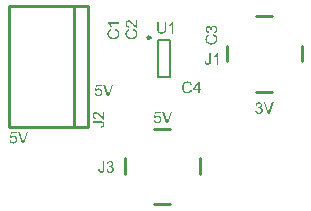
<source format=gto>
G04*
G04 #@! TF.GenerationSoftware,Altium Limited,Altium Designer,21.2.2 (38)*
G04*
G04 Layer_Color=65535*
%FSLAX25Y25*%
%MOIN*%
G70*
G04*
G04 #@! TF.SameCoordinates,DFD624CB-2947-408E-94CE-297F991FFE17*
G04*
G04*
G04 #@! TF.FilePolarity,Positive*
G04*
G01*
G75*
%ADD10C,0.00984*%
%ADD11C,0.01000*%
%ADD12C,0.00787*%
G36*
X106752Y126772D02*
X106229D01*
X104744Y130605D01*
X105295D01*
X106290Y127819D01*
X106292Y127816D01*
X106295Y127805D01*
X106301Y127786D01*
X106309Y127761D01*
X106320Y127733D01*
X106331Y127697D01*
X106345Y127658D01*
X106362Y127614D01*
X106376Y127567D01*
X106392Y127517D01*
X106425Y127411D01*
X106461Y127301D01*
X106492Y127190D01*
Y127193D01*
X106495Y127204D01*
X106500Y127220D01*
X106509Y127243D01*
X106517Y127273D01*
X106525Y127306D01*
X106539Y127345D01*
X106550Y127387D01*
X106567Y127431D01*
X106580Y127481D01*
X106600Y127533D01*
X106617Y127586D01*
X106655Y127702D01*
X106700Y127819D01*
X107736Y130605D01*
X108254D01*
X106752Y126772D01*
D02*
G37*
G36*
X104331Y130107D02*
X102797D01*
X102592Y129074D01*
X102594Y129076D01*
X102608Y129085D01*
X102625Y129096D01*
X102653Y129112D01*
X102683Y129129D01*
X102719Y129151D01*
X102763Y129171D01*
X102811Y129195D01*
X102863Y129218D01*
X102919Y129240D01*
X102980Y129259D01*
X103041Y129276D01*
X103107Y129292D01*
X103173Y129303D01*
X103245Y129312D01*
X103315Y129314D01*
X103337D01*
X103365Y129312D01*
X103398Y129309D01*
X103442Y129303D01*
X103492Y129295D01*
X103550Y129284D01*
X103611Y129270D01*
X103675Y129254D01*
X103744Y129229D01*
X103813Y129201D01*
X103885Y129168D01*
X103957Y129126D01*
X104029Y129082D01*
X104099Y129026D01*
X104165Y128965D01*
X104168Y128963D01*
X104179Y128949D01*
X104198Y128929D01*
X104220Y128902D01*
X104245Y128868D01*
X104276Y128827D01*
X104306Y128777D01*
X104340Y128722D01*
X104370Y128661D01*
X104401Y128594D01*
X104431Y128519D01*
X104459Y128442D01*
X104478Y128356D01*
X104498Y128265D01*
X104509Y128171D01*
X104511Y128071D01*
Y128068D01*
Y128065D01*
Y128057D01*
Y128049D01*
X104509Y128021D01*
X104506Y127985D01*
X104503Y127938D01*
X104495Y127885D01*
X104486Y127827D01*
X104473Y127763D01*
X104456Y127694D01*
X104437Y127622D01*
X104412Y127547D01*
X104384Y127472D01*
X104348Y127395D01*
X104306Y127320D01*
X104259Y127245D01*
X104207Y127173D01*
X104201Y127168D01*
X104190Y127154D01*
X104168Y127132D01*
X104140Y127101D01*
X104101Y127065D01*
X104057Y127026D01*
X104004Y126985D01*
X103944Y126941D01*
X103874Y126896D01*
X103799Y126855D01*
X103716Y126816D01*
X103625Y126780D01*
X103528Y126752D01*
X103426Y126727D01*
X103315Y126714D01*
X103198Y126708D01*
X103176D01*
X103148Y126711D01*
X103112Y126714D01*
X103068Y126716D01*
X103016Y126725D01*
X102957Y126733D01*
X102896Y126744D01*
X102830Y126761D01*
X102761Y126780D01*
X102689Y126802D01*
X102617Y126830D01*
X102547Y126863D01*
X102475Y126902D01*
X102409Y126949D01*
X102345Y126999D01*
X102342Y127002D01*
X102331Y127013D01*
X102315Y127029D01*
X102293Y127051D01*
X102268Y127082D01*
X102237Y127118D01*
X102207Y127159D01*
X102173Y127207D01*
X102140Y127259D01*
X102110Y127317D01*
X102076Y127381D01*
X102046Y127450D01*
X102021Y127525D01*
X101999Y127605D01*
X101980Y127689D01*
X101969Y127777D01*
X102462Y127819D01*
Y127816D01*
X102464Y127802D01*
X102467Y127786D01*
X102473Y127761D01*
X102481Y127730D01*
X102489Y127694D01*
X102500Y127655D01*
X102514Y127614D01*
X102547Y127528D01*
X102567Y127481D01*
X102589Y127436D01*
X102617Y127392D01*
X102644Y127351D01*
X102678Y127312D01*
X102714Y127276D01*
X102716Y127273D01*
X102722Y127268D01*
X102733Y127259D01*
X102750Y127248D01*
X102769Y127234D01*
X102794Y127218D01*
X102819Y127204D01*
X102849Y127187D01*
X102883Y127168D01*
X102921Y127154D01*
X102960Y127137D01*
X103005Y127123D01*
X103049Y127112D01*
X103096Y127104D01*
X103146Y127099D01*
X103198Y127096D01*
X103215D01*
X103232Y127099D01*
X103256D01*
X103284Y127104D01*
X103320Y127110D01*
X103359Y127118D01*
X103401Y127129D01*
X103445Y127140D01*
X103492Y127157D01*
X103539Y127179D01*
X103589Y127204D01*
X103636Y127232D01*
X103686Y127268D01*
X103733Y127306D01*
X103777Y127351D01*
X103780Y127353D01*
X103788Y127362D01*
X103799Y127378D01*
X103813Y127398D01*
X103833Y127423D01*
X103852Y127453D01*
X103874Y127489D01*
X103896Y127531D01*
X103916Y127578D01*
X103938Y127628D01*
X103957Y127683D01*
X103977Y127744D01*
X103991Y127810D01*
X104002Y127880D01*
X104010Y127952D01*
X104013Y128029D01*
Y128035D01*
Y128046D01*
X104010Y128068D01*
Y128096D01*
X104007Y128129D01*
X104002Y128171D01*
X103993Y128212D01*
X103985Y128262D01*
X103971Y128312D01*
X103957Y128362D01*
X103938Y128414D01*
X103916Y128470D01*
X103891Y128522D01*
X103860Y128572D01*
X103824Y128622D01*
X103786Y128666D01*
X103783Y128669D01*
X103774Y128677D01*
X103763Y128689D01*
X103744Y128702D01*
X103722Y128722D01*
X103694Y128741D01*
X103664Y128761D01*
X103628Y128783D01*
X103586Y128805D01*
X103542Y128824D01*
X103495Y128846D01*
X103442Y128863D01*
X103384Y128877D01*
X103323Y128888D01*
X103259Y128896D01*
X103193Y128899D01*
X103171D01*
X103154Y128896D01*
X103135D01*
X103110Y128893D01*
X103085Y128891D01*
X103054Y128885D01*
X102991Y128874D01*
X102921Y128855D01*
X102849Y128830D01*
X102780Y128794D01*
X102777D01*
X102772Y128788D01*
X102763Y128783D01*
X102750Y128774D01*
X102716Y128752D01*
X102675Y128722D01*
X102630Y128683D01*
X102583Y128639D01*
X102536Y128586D01*
X102495Y128528D01*
X102052Y128586D01*
X102423Y130555D01*
X104331D01*
Y130107D01*
D02*
G37*
G36*
X185110Y140459D02*
X185138D01*
X185171Y140453D01*
X185207Y140451D01*
X185246Y140445D01*
X185290Y140437D01*
X185335Y140428D01*
X185432Y140403D01*
X185484Y140390D01*
X185534Y140370D01*
X185584Y140351D01*
X185634Y140326D01*
X185637Y140323D01*
X185645Y140320D01*
X185659Y140312D01*
X185678Y140301D01*
X185700Y140287D01*
X185725Y140271D01*
X185753Y140251D01*
X185783Y140229D01*
X185850Y140176D01*
X185916Y140113D01*
X185980Y140041D01*
X186011Y139999D01*
X186038Y139958D01*
X186041Y139955D01*
X186044Y139946D01*
X186052Y139935D01*
X186060Y139916D01*
X186072Y139897D01*
X186083Y139869D01*
X186096Y139841D01*
X186110Y139808D01*
X186121Y139772D01*
X186135Y139736D01*
X186157Y139653D01*
X186174Y139561D01*
X186177Y139514D01*
X186179Y139464D01*
Y139462D01*
Y139453D01*
Y139440D01*
X186177Y139423D01*
Y139401D01*
X186171Y139376D01*
X186169Y139345D01*
X186163Y139315D01*
X186146Y139243D01*
X186121Y139168D01*
X186108Y139129D01*
X186088Y139088D01*
X186069Y139049D01*
X186044Y139010D01*
X186041Y139007D01*
X186038Y139002D01*
X186030Y138991D01*
X186019Y138977D01*
X186005Y138960D01*
X185988Y138941D01*
X185969Y138919D01*
X185944Y138894D01*
X185919Y138869D01*
X185889Y138844D01*
X185858Y138816D01*
X185822Y138789D01*
X185783Y138764D01*
X185742Y138736D01*
X185698Y138711D01*
X185651Y138689D01*
X185653D01*
X185664Y138686D01*
X185684Y138681D01*
X185706Y138672D01*
X185736Y138664D01*
X185770Y138650D01*
X185806Y138636D01*
X185844Y138617D01*
X185886Y138598D01*
X185930Y138573D01*
X185975Y138548D01*
X186019Y138517D01*
X186060Y138484D01*
X186102Y138448D01*
X186144Y138406D01*
X186179Y138362D01*
X186182Y138359D01*
X186188Y138351D01*
X186196Y138337D01*
X186210Y138318D01*
X186224Y138293D01*
X186240Y138265D01*
X186257Y138232D01*
X186274Y138193D01*
X186290Y138149D01*
X186310Y138102D01*
X186324Y138052D01*
X186337Y137996D01*
X186351Y137938D01*
X186360Y137877D01*
X186365Y137814D01*
X186368Y137744D01*
Y137739D01*
Y137722D01*
X186365Y137695D01*
X186362Y137661D01*
X186357Y137617D01*
X186348Y137567D01*
X186337Y137512D01*
X186321Y137451D01*
X186301Y137384D01*
X186279Y137318D01*
X186249Y137246D01*
X186213Y137174D01*
X186171Y137102D01*
X186121Y137030D01*
X186063Y136960D01*
X186000Y136894D01*
X185994Y136891D01*
X185983Y136880D01*
X185963Y136861D01*
X185933Y136838D01*
X185897Y136814D01*
X185855Y136783D01*
X185803Y136753D01*
X185747Y136719D01*
X185684Y136686D01*
X185612Y136656D01*
X185537Y136625D01*
X185454Y136600D01*
X185368Y136578D01*
X185274Y136559D01*
X185177Y136548D01*
X185074Y136545D01*
X185052D01*
X185024Y136548D01*
X184991Y136550D01*
X184947Y136553D01*
X184897Y136562D01*
X184842Y136570D01*
X184781Y136584D01*
X184717Y136598D01*
X184648Y136617D01*
X184579Y136642D01*
X184506Y136672D01*
X184437Y136706D01*
X184368Y136744D01*
X184299Y136792D01*
X184235Y136844D01*
X184232Y136847D01*
X184221Y136858D01*
X184204Y136874D01*
X184182Y136899D01*
X184157Y136930D01*
X184127Y136966D01*
X184097Y137007D01*
X184063Y137055D01*
X184030Y137107D01*
X183997Y137168D01*
X183966Y137232D01*
X183936Y137301D01*
X183911Y137376D01*
X183886Y137453D01*
X183869Y137537D01*
X183858Y137625D01*
X184329Y137689D01*
Y137683D01*
X184332Y137672D01*
X184337Y137650D01*
X184346Y137622D01*
X184354Y137589D01*
X184365Y137553D01*
X184379Y137512D01*
X184393Y137467D01*
X184432Y137370D01*
X184479Y137276D01*
X184506Y137229D01*
X184537Y137185D01*
X184567Y137146D01*
X184603Y137110D01*
X184606Y137107D01*
X184612Y137102D01*
X184623Y137093D01*
X184639Y137082D01*
X184656Y137068D01*
X184681Y137055D01*
X184706Y137038D01*
X184736Y137024D01*
X184770Y137007D01*
X184806Y136991D01*
X184844Y136977D01*
X184886Y136963D01*
X184930Y136952D01*
X184977Y136944D01*
X185024Y136938D01*
X185077Y136935D01*
X185091D01*
X185110Y136938D01*
X185133D01*
X185163Y136944D01*
X185196Y136947D01*
X185232Y136955D01*
X185274Y136963D01*
X185315Y136977D01*
X185362Y136991D01*
X185409Y137010D01*
X185457Y137032D01*
X185504Y137060D01*
X185551Y137091D01*
X185595Y137124D01*
X185639Y137165D01*
X185642Y137168D01*
X185651Y137177D01*
X185661Y137188D01*
X185675Y137207D01*
X185692Y137229D01*
X185711Y137257D01*
X185734Y137287D01*
X185756Y137323D01*
X185775Y137362D01*
X185797Y137406D01*
X185817Y137451D01*
X185833Y137503D01*
X185847Y137556D01*
X185858Y137611D01*
X185866Y137672D01*
X185869Y137733D01*
Y137736D01*
Y137747D01*
Y137764D01*
X185866Y137789D01*
X185864Y137814D01*
X185858Y137847D01*
X185853Y137883D01*
X185842Y137922D01*
X185830Y137963D01*
X185817Y138007D01*
X185800Y138052D01*
X185781Y138096D01*
X185756Y138140D01*
X185725Y138185D01*
X185695Y138226D01*
X185656Y138268D01*
X185653Y138271D01*
X185648Y138276D01*
X185634Y138287D01*
X185617Y138301D01*
X185598Y138318D01*
X185573Y138334D01*
X185542Y138354D01*
X185509Y138373D01*
X185473Y138392D01*
X185432Y138412D01*
X185387Y138428D01*
X185340Y138445D01*
X185290Y138459D01*
X185235Y138470D01*
X185180Y138476D01*
X185119Y138478D01*
X185094D01*
X185066Y138476D01*
X185027Y138473D01*
X184977Y138467D01*
X184922Y138456D01*
X184858Y138445D01*
X184786Y138428D01*
X184839Y138841D01*
X184847D01*
X184855Y138839D01*
X184867D01*
X184891Y138836D01*
X184944D01*
X184964Y138839D01*
X184991Y138841D01*
X185022Y138844D01*
X185055Y138850D01*
X185094Y138855D01*
X185135Y138863D01*
X185177Y138874D01*
X185268Y138902D01*
X185315Y138919D01*
X185362Y138941D01*
X185409Y138963D01*
X185454Y138991D01*
X185457Y138994D01*
X185465Y138999D01*
X185476Y139007D01*
X185493Y139021D01*
X185509Y139038D01*
X185531Y139057D01*
X185551Y139082D01*
X185576Y139110D01*
X185598Y139143D01*
X185620Y139179D01*
X185639Y139218D01*
X185656Y139262D01*
X185673Y139309D01*
X185684Y139362D01*
X185692Y139417D01*
X185695Y139476D01*
Y139478D01*
Y139487D01*
Y139500D01*
X185692Y139520D01*
X185689Y139539D01*
X185687Y139567D01*
X185681Y139595D01*
X185673Y139625D01*
X185651Y139692D01*
X185637Y139728D01*
X185620Y139764D01*
X185601Y139800D01*
X185576Y139836D01*
X185548Y139869D01*
X185518Y139902D01*
X185515Y139905D01*
X185509Y139910D01*
X185501Y139919D01*
X185487Y139930D01*
X185468Y139941D01*
X185448Y139958D01*
X185423Y139971D01*
X185396Y139988D01*
X185365Y140005D01*
X185332Y140018D01*
X185293Y140035D01*
X185254Y140046D01*
X185210Y140057D01*
X185166Y140066D01*
X185116Y140071D01*
X185066Y140074D01*
X185038D01*
X185022Y140071D01*
X184997Y140068D01*
X184969Y140066D01*
X184939Y140060D01*
X184905Y140052D01*
X184833Y140032D01*
X184797Y140018D01*
X184758Y139999D01*
X184720Y139980D01*
X184681Y139958D01*
X184645Y139930D01*
X184609Y139899D01*
X184606Y139897D01*
X184601Y139891D01*
X184592Y139880D01*
X184579Y139866D01*
X184565Y139849D01*
X184548Y139827D01*
X184531Y139800D01*
X184512Y139772D01*
X184493Y139736D01*
X184473Y139697D01*
X184451Y139656D01*
X184434Y139609D01*
X184415Y139559D01*
X184401Y139506D01*
X184387Y139448D01*
X184376Y139384D01*
X183905Y139467D01*
Y139470D01*
Y139473D01*
X183911Y139489D01*
X183916Y139512D01*
X183925Y139545D01*
X183936Y139586D01*
X183950Y139631D01*
X183966Y139681D01*
X183986Y139736D01*
X184011Y139794D01*
X184038Y139855D01*
X184072Y139916D01*
X184108Y139977D01*
X184146Y140038D01*
X184191Y140096D01*
X184240Y140152D01*
X184296Y140201D01*
X184299Y140204D01*
X184310Y140212D01*
X184326Y140226D01*
X184351Y140243D01*
X184382Y140262D01*
X184418Y140284D01*
X184459Y140307D01*
X184506Y140331D01*
X184559Y140356D01*
X184617Y140379D01*
X184678Y140401D01*
X184745Y140420D01*
X184817Y140437D01*
X184894Y140451D01*
X184975Y140459D01*
X185058Y140462D01*
X185088D01*
X185110Y140459D01*
D02*
G37*
G36*
X188639Y136614D02*
X188116D01*
X186631Y140448D01*
X187182D01*
X188177Y137661D01*
X188180Y137659D01*
X188182Y137647D01*
X188188Y137628D01*
X188196Y137603D01*
X188207Y137575D01*
X188218Y137539D01*
X188232Y137501D01*
X188249Y137456D01*
X188263Y137409D01*
X188279Y137359D01*
X188312Y137254D01*
X188348Y137143D01*
X188379Y137032D01*
Y137035D01*
X188382Y137046D01*
X188387Y137063D01*
X188396Y137085D01*
X188404Y137116D01*
X188412Y137149D01*
X188426Y137188D01*
X188437Y137229D01*
X188454Y137273D01*
X188468Y137323D01*
X188487Y137376D01*
X188504Y137428D01*
X188542Y137545D01*
X188587Y137661D01*
X189623Y140448D01*
X190141D01*
X188639Y136614D01*
D02*
G37*
G36*
X135099Y142520D02*
X134575D01*
X133090Y146353D01*
X133642D01*
X134636Y143567D01*
X134639Y143564D01*
X134642Y143553D01*
X134647Y143534D01*
X134655Y143509D01*
X134667Y143481D01*
X134678Y143445D01*
X134692Y143406D01*
X134708Y143362D01*
X134722Y143315D01*
X134739Y143265D01*
X134772Y143160D01*
X134808Y143049D01*
X134838Y142938D01*
Y142941D01*
X134841Y142952D01*
X134847Y142968D01*
X134855Y142991D01*
X134863Y143021D01*
X134872Y143054D01*
X134886Y143093D01*
X134897Y143135D01*
X134913Y143179D01*
X134927Y143229D01*
X134946Y143281D01*
X134963Y143334D01*
X135002Y143450D01*
X135046Y143567D01*
X136082Y146353D01*
X136600D01*
X135099Y142520D01*
D02*
G37*
G36*
X132678Y145855D02*
X131143D01*
X130938Y144822D01*
X130941Y144824D01*
X130955Y144833D01*
X130972Y144844D01*
X130999Y144860D01*
X131030Y144877D01*
X131066Y144899D01*
X131110Y144919D01*
X131157Y144943D01*
X131210Y144966D01*
X131265Y144988D01*
X131326Y145007D01*
X131387Y145024D01*
X131453Y145040D01*
X131520Y145052D01*
X131592Y145060D01*
X131661Y145063D01*
X131683D01*
X131711Y145060D01*
X131744Y145057D01*
X131789Y145052D01*
X131839Y145043D01*
X131897Y145032D01*
X131958Y145018D01*
X132021Y145002D01*
X132090Y144977D01*
X132160Y144949D01*
X132232Y144916D01*
X132304Y144874D01*
X132376Y144830D01*
X132445Y144774D01*
X132512Y144713D01*
X132514Y144711D01*
X132525Y144697D01*
X132545Y144677D01*
X132567Y144650D01*
X132592Y144617D01*
X132622Y144575D01*
X132653Y144525D01*
X132686Y144470D01*
X132717Y144409D01*
X132747Y144342D01*
X132778Y144268D01*
X132805Y144190D01*
X132825Y144104D01*
X132844Y144013D01*
X132855Y143919D01*
X132858Y143819D01*
Y143816D01*
Y143813D01*
Y143805D01*
Y143797D01*
X132855Y143769D01*
X132852Y143733D01*
X132850Y143686D01*
X132841Y143633D01*
X132833Y143575D01*
X132819Y143511D01*
X132802Y143442D01*
X132783Y143370D01*
X132758Y143295D01*
X132730Y143220D01*
X132694Y143143D01*
X132653Y143068D01*
X132606Y142993D01*
X132553Y142921D01*
X132548Y142916D01*
X132536Y142902D01*
X132514Y142880D01*
X132487Y142849D01*
X132448Y142813D01*
X132404Y142774D01*
X132351Y142733D01*
X132290Y142689D01*
X132221Y142644D01*
X132146Y142603D01*
X132063Y142564D01*
X131971Y142528D01*
X131875Y142500D01*
X131772Y142475D01*
X131661Y142462D01*
X131545Y142456D01*
X131523D01*
X131495Y142459D01*
X131459Y142462D01*
X131415Y142464D01*
X131362Y142473D01*
X131304Y142481D01*
X131243Y142492D01*
X131176Y142509D01*
X131107Y142528D01*
X131035Y142550D01*
X130963Y142578D01*
X130894Y142611D01*
X130822Y142650D01*
X130755Y142697D01*
X130692Y142747D01*
X130689Y142750D01*
X130678Y142761D01*
X130661Y142777D01*
X130639Y142799D01*
X130614Y142830D01*
X130584Y142866D01*
X130553Y142908D01*
X130520Y142955D01*
X130487Y143007D01*
X130456Y143065D01*
X130423Y143129D01*
X130393Y143198D01*
X130368Y143273D01*
X130345Y143353D01*
X130326Y143437D01*
X130315Y143525D01*
X130808Y143567D01*
Y143564D01*
X130811Y143550D01*
X130814Y143534D01*
X130819Y143509D01*
X130827Y143478D01*
X130836Y143442D01*
X130847Y143403D01*
X130861Y143362D01*
X130894Y143276D01*
X130913Y143229D01*
X130935Y143184D01*
X130963Y143140D01*
X130991Y143099D01*
X131024Y143060D01*
X131060Y143024D01*
X131063Y143021D01*
X131068Y143016D01*
X131079Y143007D01*
X131096Y142996D01*
X131115Y142982D01*
X131140Y142966D01*
X131165Y142952D01*
X131196Y142935D01*
X131229Y142916D01*
X131268Y142902D01*
X131307Y142885D01*
X131351Y142871D01*
X131395Y142860D01*
X131442Y142852D01*
X131492Y142847D01*
X131545Y142844D01*
X131562D01*
X131578Y142847D01*
X131603D01*
X131631Y142852D01*
X131667Y142858D01*
X131705Y142866D01*
X131747Y142877D01*
X131791Y142888D01*
X131839Y142905D01*
X131886Y142927D01*
X131935Y142952D01*
X131983Y142980D01*
X132032Y143016D01*
X132079Y143054D01*
X132124Y143099D01*
X132126Y143101D01*
X132135Y143110D01*
X132146Y143126D01*
X132160Y143146D01*
X132179Y143171D01*
X132199Y143201D01*
X132221Y143237D01*
X132243Y143279D01*
X132262Y143326D01*
X132284Y143376D01*
X132304Y143431D01*
X132323Y143492D01*
X132337Y143558D01*
X132348Y143628D01*
X132356Y143700D01*
X132359Y143777D01*
Y143783D01*
Y143794D01*
X132356Y143816D01*
Y143844D01*
X132354Y143877D01*
X132348Y143919D01*
X132340Y143960D01*
X132332Y144010D01*
X132318Y144060D01*
X132304Y144110D01*
X132284Y144162D01*
X132262Y144218D01*
X132237Y144270D01*
X132207Y144320D01*
X132171Y144370D01*
X132132Y144414D01*
X132129Y144417D01*
X132121Y144425D01*
X132110Y144437D01*
X132090Y144450D01*
X132068Y144470D01*
X132041Y144489D01*
X132010Y144509D01*
X131974Y144531D01*
X131933Y144553D01*
X131888Y144572D01*
X131841Y144594D01*
X131789Y144611D01*
X131730Y144625D01*
X131669Y144636D01*
X131606Y144644D01*
X131539Y144647D01*
X131517D01*
X131500Y144644D01*
X131481D01*
X131456Y144641D01*
X131431Y144639D01*
X131401Y144633D01*
X131337Y144622D01*
X131268Y144603D01*
X131196Y144578D01*
X131127Y144542D01*
X131124D01*
X131118Y144536D01*
X131110Y144531D01*
X131096Y144522D01*
X131063Y144500D01*
X131021Y144470D01*
X130977Y144431D01*
X130930Y144387D01*
X130883Y144334D01*
X130841Y144276D01*
X130398Y144334D01*
X130769Y146303D01*
X132678D01*
Y145855D01*
D02*
G37*
G36*
X154784Y133465D02*
X154260D01*
X152776Y137298D01*
X153327D01*
X154321Y134512D01*
X154324Y134509D01*
X154327Y134498D01*
X154332Y134478D01*
X154341Y134453D01*
X154352Y134426D01*
X154363Y134390D01*
X154377Y134351D01*
X154393Y134307D01*
X154407Y134260D01*
X154424Y134210D01*
X154457Y134104D01*
X154493Y133994D01*
X154523Y133883D01*
Y133886D01*
X154526Y133897D01*
X154532Y133913D01*
X154540Y133935D01*
X154548Y133966D01*
X154557Y133999D01*
X154570Y134038D01*
X154582Y134080D01*
X154598Y134124D01*
X154612Y134174D01*
X154631Y134226D01*
X154648Y134279D01*
X154687Y134395D01*
X154731Y134512D01*
X155767Y137298D01*
X156285D01*
X154784Y133465D01*
D02*
G37*
G36*
X152363Y136800D02*
X150828D01*
X150623Y135766D01*
X150626Y135769D01*
X150640Y135777D01*
X150656Y135789D01*
X150684Y135805D01*
X150715Y135822D01*
X150751Y135844D01*
X150795Y135863D01*
X150842Y135888D01*
X150895Y135910D01*
X150950Y135933D01*
X151011Y135952D01*
X151072Y135969D01*
X151138Y135985D01*
X151205Y135996D01*
X151277Y136005D01*
X151346Y136007D01*
X151368D01*
X151396Y136005D01*
X151429Y136002D01*
X151474Y135996D01*
X151523Y135988D01*
X151582Y135977D01*
X151643Y135963D01*
X151706Y135947D01*
X151776Y135922D01*
X151845Y135894D01*
X151917Y135861D01*
X151989Y135819D01*
X152061Y135775D01*
X152130Y135719D01*
X152197Y135658D01*
X152199Y135656D01*
X152210Y135642D01*
X152230Y135622D01*
X152252Y135595D01*
X152277Y135562D01*
X152307Y135520D01*
X152338Y135470D01*
X152371Y135415D01*
X152402Y135354D01*
X152432Y135287D01*
X152462Y135212D01*
X152490Y135135D01*
X152510Y135049D01*
X152529Y134958D01*
X152540Y134863D01*
X152543Y134764D01*
Y134761D01*
Y134758D01*
Y134750D01*
Y134741D01*
X152540Y134714D01*
X152537Y134678D01*
X152534Y134631D01*
X152526Y134578D01*
X152518Y134520D01*
X152504Y134456D01*
X152488Y134387D01*
X152468Y134315D01*
X152443Y134240D01*
X152415Y134165D01*
X152379Y134088D01*
X152338Y134013D01*
X152291Y133938D01*
X152238Y133866D01*
X152233Y133861D01*
X152222Y133847D01*
X152199Y133825D01*
X152172Y133794D01*
X152133Y133758D01*
X152089Y133719D01*
X152036Y133678D01*
X151975Y133633D01*
X151906Y133589D01*
X151831Y133548D01*
X151748Y133509D01*
X151656Y133473D01*
X151559Y133445D01*
X151457Y133420D01*
X151346Y133406D01*
X151230Y133401D01*
X151208D01*
X151180Y133404D01*
X151144Y133406D01*
X151100Y133409D01*
X151047Y133417D01*
X150989Y133426D01*
X150928Y133437D01*
X150862Y133454D01*
X150792Y133473D01*
X150720Y133495D01*
X150648Y133523D01*
X150579Y133556D01*
X150507Y133595D01*
X150440Y133642D01*
X150377Y133692D01*
X150374Y133695D01*
X150363Y133706D01*
X150346Y133722D01*
X150324Y133744D01*
X150299Y133775D01*
X150269Y133811D01*
X150238Y133852D01*
X150205Y133899D01*
X150172Y133952D01*
X150141Y134010D01*
X150108Y134074D01*
X150078Y134143D01*
X150053Y134218D01*
X150031Y134298D01*
X150011Y134381D01*
X150000Y134470D01*
X150493Y134512D01*
Y134509D01*
X150496Y134495D01*
X150499Y134478D01*
X150504Y134453D01*
X150512Y134423D01*
X150521Y134387D01*
X150532Y134348D01*
X150546Y134307D01*
X150579Y134221D01*
X150598Y134174D01*
X150620Y134129D01*
X150648Y134085D01*
X150676Y134044D01*
X150709Y134005D01*
X150745Y133969D01*
X150748Y133966D01*
X150753Y133960D01*
X150765Y133952D01*
X150781Y133941D01*
X150801Y133927D01*
X150826Y133911D01*
X150850Y133897D01*
X150881Y133880D01*
X150914Y133861D01*
X150953Y133847D01*
X150992Y133830D01*
X151036Y133816D01*
X151080Y133805D01*
X151127Y133797D01*
X151177Y133791D01*
X151230Y133789D01*
X151247D01*
X151263Y133791D01*
X151288D01*
X151316Y133797D01*
X151352Y133802D01*
X151391Y133811D01*
X151432Y133822D01*
X151476Y133833D01*
X151523Y133850D01*
X151571Y133872D01*
X151620Y133897D01*
X151667Y133924D01*
X151717Y133960D01*
X151765Y133999D01*
X151809Y134044D01*
X151812Y134046D01*
X151820Y134055D01*
X151831Y134071D01*
X151845Y134091D01*
X151864Y134116D01*
X151884Y134146D01*
X151906Y134182D01*
X151928Y134224D01*
X151947Y134271D01*
X151970Y134320D01*
X151989Y134376D01*
X152008Y134437D01*
X152022Y134503D01*
X152033Y134573D01*
X152041Y134645D01*
X152044Y134722D01*
Y134728D01*
Y134739D01*
X152041Y134761D01*
Y134789D01*
X152039Y134822D01*
X152033Y134863D01*
X152025Y134905D01*
X152017Y134955D01*
X152003Y135005D01*
X151989Y135055D01*
X151970Y135107D01*
X151947Y135163D01*
X151922Y135215D01*
X151892Y135265D01*
X151856Y135315D01*
X151817Y135359D01*
X151814Y135362D01*
X151806Y135370D01*
X151795Y135381D01*
X151776Y135395D01*
X151753Y135415D01*
X151726Y135434D01*
X151695Y135453D01*
X151659Y135476D01*
X151618Y135498D01*
X151573Y135517D01*
X151526Y135539D01*
X151474Y135556D01*
X151416Y135570D01*
X151355Y135581D01*
X151291Y135589D01*
X151224Y135592D01*
X151202D01*
X151186Y135589D01*
X151166D01*
X151141Y135586D01*
X151116Y135584D01*
X151086Y135578D01*
X151022Y135567D01*
X150953Y135548D01*
X150881Y135523D01*
X150812Y135487D01*
X150809D01*
X150803Y135481D01*
X150795Y135476D01*
X150781Y135467D01*
X150748Y135445D01*
X150706Y135415D01*
X150662Y135376D01*
X150615Y135331D01*
X150568Y135279D01*
X150526Y135221D01*
X150083Y135279D01*
X150454Y137248D01*
X152363D01*
Y136800D01*
D02*
G37*
G36*
X154195Y165004D02*
Y165001D01*
Y164998D01*
Y164990D01*
Y164979D01*
Y164965D01*
Y164948D01*
X154192Y164909D01*
Y164859D01*
X154189Y164804D01*
X154184Y164740D01*
X154178Y164674D01*
X154170Y164602D01*
X154162Y164527D01*
X154139Y164375D01*
X154123Y164297D01*
X154106Y164225D01*
X154084Y164153D01*
X154062Y164087D01*
X154059Y164084D01*
X154056Y164073D01*
X154048Y164053D01*
X154037Y164031D01*
X154020Y164001D01*
X154004Y163968D01*
X153982Y163932D01*
X153954Y163890D01*
X153923Y163846D01*
X153890Y163801D01*
X153851Y163757D01*
X153807Y163710D01*
X153760Y163663D01*
X153710Y163619D01*
X153652Y163574D01*
X153591Y163533D01*
X153588Y163530D01*
X153574Y163524D01*
X153555Y163513D01*
X153530Y163499D01*
X153494Y163483D01*
X153455Y163466D01*
X153405Y163447D01*
X153353Y163427D01*
X153289Y163408D01*
X153223Y163389D01*
X153151Y163372D01*
X153070Y163355D01*
X152984Y163341D01*
X152893Y163330D01*
X152799Y163325D01*
X152696Y163322D01*
X152644D01*
X152608Y163325D01*
X152561Y163328D01*
X152508Y163333D01*
X152447Y163339D01*
X152383Y163344D01*
X152314Y163355D01*
X152242Y163366D01*
X152170Y163383D01*
X152095Y163400D01*
X152023Y163422D01*
X151948Y163447D01*
X151879Y163475D01*
X151813Y163508D01*
X151810Y163511D01*
X151799Y163516D01*
X151779Y163527D01*
X151757Y163541D01*
X151730Y163560D01*
X151696Y163585D01*
X151663Y163613D01*
X151624Y163643D01*
X151585Y163679D01*
X151544Y163721D01*
X151502Y163763D01*
X151464Y163812D01*
X151425Y163862D01*
X151389Y163920D01*
X151356Y163979D01*
X151325Y164042D01*
X151322Y164048D01*
X151320Y164059D01*
X151311Y164078D01*
X151303Y164106D01*
X151292Y164142D01*
X151281Y164186D01*
X151267Y164236D01*
X151253Y164294D01*
X151239Y164361D01*
X151225Y164433D01*
X151214Y164510D01*
X151203Y164596D01*
X151195Y164688D01*
X151187Y164787D01*
X151184Y164893D01*
X151181Y165004D01*
Y167219D01*
X151688D01*
Y165006D01*
Y165001D01*
Y164984D01*
Y164959D01*
X151691Y164926D01*
Y164884D01*
X151694Y164837D01*
X151696Y164785D01*
X151699Y164726D01*
X151705Y164668D01*
X151710Y164607D01*
X151727Y164486D01*
X151738Y164427D01*
X151749Y164369D01*
X151763Y164317D01*
X151779Y164269D01*
Y164267D01*
X151785Y164258D01*
X151790Y164247D01*
X151799Y164231D01*
X151807Y164211D01*
X151821Y164189D01*
X151854Y164137D01*
X151899Y164078D01*
X151924Y164048D01*
X151954Y164017D01*
X151984Y163987D01*
X152020Y163959D01*
X152056Y163932D01*
X152098Y163907D01*
X152101D01*
X152109Y163901D01*
X152120Y163895D01*
X152139Y163887D01*
X152162Y163876D01*
X152187Y163865D01*
X152217Y163854D01*
X152253Y163843D01*
X152292Y163832D01*
X152333Y163821D01*
X152378Y163810D01*
X152428Y163799D01*
X152480Y163790D01*
X152536Y163785D01*
X152591Y163782D01*
X152652Y163779D01*
X152677D01*
X152705Y163782D01*
X152743D01*
X152790Y163787D01*
X152840Y163793D01*
X152899Y163801D01*
X152962Y163810D01*
X153026Y163823D01*
X153092Y163840D01*
X153159Y163862D01*
X153225Y163884D01*
X153289Y163915D01*
X153347Y163948D01*
X153403Y163987D01*
X153450Y164031D01*
X153453Y164034D01*
X153461Y164042D01*
X153472Y164059D01*
X153486Y164081D01*
X153505Y164112D01*
X153524Y164150D01*
X153547Y164195D01*
X153569Y164250D01*
X153591Y164311D01*
X153613Y164380D01*
X153632Y164461D01*
X153652Y164549D01*
X153666Y164649D01*
X153677Y164757D01*
X153685Y164876D01*
X153688Y165006D01*
Y167219D01*
X154195D01*
Y165004D01*
D02*
G37*
G36*
X156621Y163386D02*
X156150D01*
Y166383D01*
X156148Y166380D01*
X156142Y166375D01*
X156134Y166366D01*
X156120Y166355D01*
X156103Y166341D01*
X156081Y166322D01*
X156056Y166303D01*
X156031Y166280D01*
X155998Y166258D01*
X155965Y166231D01*
X155929Y166206D01*
X155890Y166175D01*
X155846Y166147D01*
X155801Y166117D01*
X155702Y166056D01*
X155699Y166053D01*
X155691Y166048D01*
X155674Y166040D01*
X155655Y166031D01*
X155632Y166017D01*
X155605Y166001D01*
X155572Y165984D01*
X155538Y165965D01*
X155461Y165926D01*
X155378Y165887D01*
X155292Y165848D01*
X155209Y165815D01*
Y166269D01*
X155214Y166272D01*
X155225Y166278D01*
X155247Y166289D01*
X155275Y166303D01*
X155308Y166319D01*
X155350Y166341D01*
X155394Y166366D01*
X155441Y166394D01*
X155494Y166427D01*
X155549Y166461D01*
X155666Y166538D01*
X155785Y166624D01*
X155898Y166718D01*
X155901Y166721D01*
X155912Y166729D01*
X155926Y166743D01*
X155946Y166762D01*
X155970Y166787D01*
X155998Y166815D01*
X156029Y166848D01*
X156062Y166882D01*
X156095Y166920D01*
X156131Y166962D01*
X156200Y167048D01*
X156264Y167139D01*
X156292Y167186D01*
X156317Y167233D01*
X156621D01*
Y163386D01*
D02*
G37*
G36*
X135511Y120845D02*
X135539D01*
X135572Y120839D01*
X135608Y120836D01*
X135647Y120831D01*
X135691Y120823D01*
X135735Y120814D01*
X135832Y120789D01*
X135885Y120775D01*
X135935Y120756D01*
X135985Y120737D01*
X136035Y120712D01*
X136037Y120709D01*
X136046Y120706D01*
X136059Y120698D01*
X136079Y120687D01*
X136101Y120673D01*
X136126Y120656D01*
X136154Y120637D01*
X136184Y120615D01*
X136250Y120562D01*
X136317Y120499D01*
X136381Y120426D01*
X136411Y120385D01*
X136439Y120343D01*
X136442Y120341D01*
X136444Y120332D01*
X136453Y120321D01*
X136461Y120302D01*
X136472Y120282D01*
X136483Y120255D01*
X136497Y120227D01*
X136511Y120194D01*
X136522Y120158D01*
X136536Y120122D01*
X136558Y120039D01*
X136575Y119947D01*
X136577Y119900D01*
X136580Y119850D01*
Y119848D01*
Y119839D01*
Y119825D01*
X136577Y119809D01*
Y119787D01*
X136572Y119762D01*
X136569Y119731D01*
X136564Y119701D01*
X136547Y119629D01*
X136522Y119554D01*
X136508Y119515D01*
X136489Y119474D01*
X136469Y119435D01*
X136444Y119396D01*
X136442Y119393D01*
X136439Y119388D01*
X136431Y119377D01*
X136419Y119363D01*
X136406Y119346D01*
X136389Y119327D01*
X136370Y119305D01*
X136345Y119280D01*
X136320Y119255D01*
X136289Y119230D01*
X136259Y119202D01*
X136223Y119175D01*
X136184Y119149D01*
X136143Y119122D01*
X136098Y119097D01*
X136051Y119075D01*
X136054D01*
X136065Y119072D01*
X136084Y119066D01*
X136107Y119058D01*
X136137Y119050D01*
X136170Y119036D01*
X136206Y119022D01*
X136245Y119003D01*
X136287Y118983D01*
X136331Y118958D01*
X136375Y118933D01*
X136419Y118903D01*
X136461Y118870D01*
X136503Y118834D01*
X136544Y118792D01*
X136580Y118748D01*
X136583Y118745D01*
X136589Y118737D01*
X136597Y118723D01*
X136611Y118703D01*
X136625Y118679D01*
X136641Y118651D01*
X136658Y118618D01*
X136674Y118579D01*
X136691Y118535D01*
X136710Y118488D01*
X136724Y118438D01*
X136738Y118382D01*
X136752Y118324D01*
X136760Y118263D01*
X136766Y118199D01*
X136768Y118130D01*
Y118125D01*
Y118108D01*
X136766Y118080D01*
X136763Y118047D01*
X136758Y118003D01*
X136749Y117953D01*
X136738Y117897D01*
X136722Y117836D01*
X136702Y117770D01*
X136680Y117704D01*
X136649Y117632D01*
X136613Y117560D01*
X136572Y117488D01*
X136522Y117415D01*
X136464Y117346D01*
X136400Y117280D01*
X136395Y117277D01*
X136383Y117266D01*
X136364Y117246D01*
X136334Y117224D01*
X136298Y117199D01*
X136256Y117169D01*
X136204Y117139D01*
X136148Y117105D01*
X136084Y117072D01*
X136012Y117042D01*
X135938Y117011D01*
X135854Y116986D01*
X135769Y116964D01*
X135674Y116945D01*
X135577Y116934D01*
X135475Y116931D01*
X135453D01*
X135425Y116934D01*
X135392Y116936D01*
X135347Y116939D01*
X135298Y116947D01*
X135242Y116956D01*
X135181Y116970D01*
X135118Y116983D01*
X135048Y117003D01*
X134979Y117028D01*
X134907Y117058D01*
X134838Y117091D01*
X134769Y117130D01*
X134699Y117177D01*
X134636Y117230D01*
X134633Y117233D01*
X134622Y117244D01*
X134605Y117260D01*
X134583Y117285D01*
X134558Y117316D01*
X134528Y117352D01*
X134497Y117393D01*
X134464Y117440D01*
X134431Y117493D01*
X134397Y117554D01*
X134367Y117618D01*
X134336Y117687D01*
X134312Y117762D01*
X134287Y117839D01*
X134270Y117922D01*
X134259Y118011D01*
X134730Y118075D01*
Y118069D01*
X134733Y118058D01*
X134738Y118036D01*
X134746Y118008D01*
X134755Y117975D01*
X134766Y117939D01*
X134780Y117897D01*
X134793Y117853D01*
X134832Y117756D01*
X134879Y117662D01*
X134907Y117615D01*
X134938Y117571D01*
X134968Y117532D01*
X135004Y117496D01*
X135007Y117493D01*
X135012Y117488D01*
X135023Y117479D01*
X135040Y117468D01*
X135057Y117454D01*
X135082Y117440D01*
X135107Y117424D01*
X135137Y117410D01*
X135170Y117393D01*
X135206Y117377D01*
X135245Y117363D01*
X135287Y117349D01*
X135331Y117338D01*
X135378Y117330D01*
X135425Y117324D01*
X135478Y117321D01*
X135492D01*
X135511Y117324D01*
X135533D01*
X135564Y117330D01*
X135597Y117332D01*
X135633Y117341D01*
X135674Y117349D01*
X135716Y117363D01*
X135763Y117377D01*
X135810Y117396D01*
X135857Y117418D01*
X135904Y117446D01*
X135951Y117476D01*
X135996Y117510D01*
X136040Y117551D01*
X136043Y117554D01*
X136051Y117562D01*
X136062Y117573D01*
X136076Y117593D01*
X136093Y117615D01*
X136112Y117643D01*
X136134Y117673D01*
X136156Y117709D01*
X136176Y117748D01*
X136198Y117792D01*
X136217Y117836D01*
X136234Y117889D01*
X136248Y117942D01*
X136259Y117997D01*
X136267Y118058D01*
X136270Y118119D01*
Y118122D01*
Y118133D01*
Y118149D01*
X136267Y118175D01*
X136264Y118199D01*
X136259Y118233D01*
X136253Y118269D01*
X136242Y118307D01*
X136231Y118349D01*
X136217Y118393D01*
X136201Y118438D01*
X136181Y118482D01*
X136156Y118526D01*
X136126Y118571D01*
X136095Y118612D01*
X136057Y118654D01*
X136054Y118657D01*
X136048Y118662D01*
X136035Y118673D01*
X136018Y118687D01*
X135998Y118703D01*
X135974Y118720D01*
X135943Y118740D01*
X135910Y118759D01*
X135874Y118778D01*
X135832Y118798D01*
X135788Y118814D01*
X135741Y118831D01*
X135691Y118845D01*
X135636Y118856D01*
X135580Y118861D01*
X135519Y118864D01*
X135494D01*
X135467Y118861D01*
X135428Y118859D01*
X135378Y118853D01*
X135323Y118842D01*
X135259Y118831D01*
X135187Y118814D01*
X135240Y119227D01*
X135248D01*
X135256Y119224D01*
X135267D01*
X135292Y119221D01*
X135345D01*
X135364Y119224D01*
X135392Y119227D01*
X135422Y119230D01*
X135456Y119235D01*
X135494Y119241D01*
X135536Y119249D01*
X135577Y119260D01*
X135669Y119288D01*
X135716Y119305D01*
X135763Y119327D01*
X135810Y119349D01*
X135854Y119377D01*
X135857Y119379D01*
X135865Y119385D01*
X135877Y119393D01*
X135893Y119407D01*
X135910Y119424D01*
X135932Y119443D01*
X135951Y119468D01*
X135976Y119496D01*
X135998Y119529D01*
X136021Y119565D01*
X136040Y119604D01*
X136057Y119648D01*
X136073Y119695D01*
X136084Y119748D01*
X136093Y119803D01*
X136095Y119861D01*
Y119864D01*
Y119872D01*
Y119886D01*
X136093Y119906D01*
X136090Y119925D01*
X136087Y119953D01*
X136082Y119981D01*
X136073Y120011D01*
X136051Y120078D01*
X136037Y120114D01*
X136021Y120150D01*
X136001Y120185D01*
X135976Y120221D01*
X135949Y120255D01*
X135918Y120288D01*
X135915Y120291D01*
X135910Y120296D01*
X135901Y120305D01*
X135888Y120316D01*
X135868Y120327D01*
X135849Y120343D01*
X135824Y120357D01*
X135796Y120374D01*
X135766Y120390D01*
X135733Y120404D01*
X135694Y120421D01*
X135655Y120432D01*
X135611Y120443D01*
X135566Y120451D01*
X135517Y120457D01*
X135467Y120460D01*
X135439D01*
X135422Y120457D01*
X135397Y120454D01*
X135370Y120451D01*
X135339Y120446D01*
X135306Y120438D01*
X135234Y120418D01*
X135198Y120404D01*
X135159Y120385D01*
X135120Y120366D01*
X135082Y120343D01*
X135046Y120316D01*
X135010Y120285D01*
X135007Y120282D01*
X135001Y120277D01*
X134993Y120266D01*
X134979Y120252D01*
X134965Y120235D01*
X134949Y120213D01*
X134932Y120185D01*
X134913Y120158D01*
X134893Y120122D01*
X134874Y120083D01*
X134852Y120042D01*
X134835Y119994D01*
X134816Y119945D01*
X134802Y119892D01*
X134788Y119834D01*
X134777Y119770D01*
X134306Y119853D01*
Y119856D01*
Y119859D01*
X134312Y119875D01*
X134317Y119897D01*
X134325Y119931D01*
X134336Y119972D01*
X134350Y120017D01*
X134367Y120066D01*
X134386Y120122D01*
X134411Y120180D01*
X134439Y120241D01*
X134472Y120302D01*
X134508Y120363D01*
X134547Y120424D01*
X134591Y120482D01*
X134641Y120537D01*
X134697Y120587D01*
X134699Y120590D01*
X134710Y120598D01*
X134727Y120612D01*
X134752Y120629D01*
X134782Y120648D01*
X134818Y120670D01*
X134860Y120692D01*
X134907Y120717D01*
X134960Y120742D01*
X135018Y120764D01*
X135079Y120787D01*
X135145Y120806D01*
X135217Y120823D01*
X135295Y120836D01*
X135375Y120845D01*
X135458Y120847D01*
X135489D01*
X135511Y120845D01*
D02*
G37*
G36*
X133619Y118222D02*
Y118216D01*
Y118199D01*
Y118175D01*
X133616Y118141D01*
Y118103D01*
X133614Y118055D01*
X133608Y118003D01*
X133605Y117947D01*
X133597Y117889D01*
X133591Y117828D01*
X133569Y117704D01*
X133555Y117643D01*
X133539Y117585D01*
X133522Y117529D01*
X133500Y117476D01*
Y117474D01*
X133494Y117465D01*
X133489Y117452D01*
X133478Y117432D01*
X133467Y117410D01*
X133450Y117385D01*
X133431Y117357D01*
X133411Y117327D01*
X133386Y117296D01*
X133359Y117263D01*
X133328Y117230D01*
X133295Y117197D01*
X133259Y117163D01*
X133220Y117133D01*
X133179Y117103D01*
X133132Y117075D01*
X133129Y117072D01*
X133121Y117069D01*
X133107Y117061D01*
X133087Y117053D01*
X133062Y117042D01*
X133035Y117031D01*
X133001Y117019D01*
X132963Y117006D01*
X132921Y116992D01*
X132877Y116981D01*
X132827Y116970D01*
X132777Y116958D01*
X132722Y116950D01*
X132663Y116942D01*
X132605Y116939D01*
X132542Y116936D01*
X132519D01*
X132494Y116939D01*
X132458Y116942D01*
X132417Y116945D01*
X132367Y116953D01*
X132312Y116961D01*
X132253Y116972D01*
X132193Y116989D01*
X132129Y117006D01*
X132065Y117031D01*
X132001Y117058D01*
X131938Y117091D01*
X131877Y117130D01*
X131819Y117174D01*
X131766Y117224D01*
X131763Y117227D01*
X131755Y117238D01*
X131741Y117255D01*
X131724Y117280D01*
X131705Y117310D01*
X131683Y117346D01*
X131658Y117391D01*
X131636Y117440D01*
X131611Y117499D01*
X131586Y117562D01*
X131567Y117634D01*
X131547Y117712D01*
X131530Y117795D01*
X131519Y117886D01*
X131511Y117983D01*
Y118086D01*
X131968Y118149D01*
Y118144D01*
Y118130D01*
X131971Y118108D01*
X131974Y118078D01*
X131976Y118042D01*
X131982Y118003D01*
X131988Y117958D01*
X131996Y117909D01*
X132015Y117809D01*
X132043Y117709D01*
X132062Y117665D01*
X132082Y117621D01*
X132107Y117582D01*
X132132Y117549D01*
X132134Y117546D01*
X132137Y117543D01*
X132148Y117535D01*
X132159Y117524D01*
X132173Y117512D01*
X132193Y117499D01*
X132212Y117482D01*
X132237Y117468D01*
X132264Y117454D01*
X132295Y117438D01*
X132328Y117424D01*
X132364Y117413D01*
X132406Y117402D01*
X132447Y117396D01*
X132492Y117391D01*
X132539Y117388D01*
X132558D01*
X132572Y117391D01*
X132589D01*
X132608Y117393D01*
X132652Y117399D01*
X132702Y117410D01*
X132758Y117424D01*
X132816Y117446D01*
X132868Y117474D01*
X132871D01*
X132874Y117479D01*
X132890Y117490D01*
X132915Y117510D01*
X132943Y117537D01*
X132976Y117571D01*
X133007Y117612D01*
X133037Y117659D01*
X133060Y117712D01*
Y117715D01*
X133062Y117720D01*
X133065Y117728D01*
X133068Y117740D01*
X133071Y117756D01*
X133076Y117776D01*
X133082Y117800D01*
X133087Y117828D01*
X133090Y117859D01*
X133096Y117895D01*
X133101Y117933D01*
X133104Y117978D01*
X133107Y118025D01*
X133109Y118075D01*
X133112Y118130D01*
Y118191D01*
Y120834D01*
X133619D01*
Y118222D01*
D02*
G37*
G36*
X133500Y134698D02*
X133497D01*
X133492D01*
X133483D01*
X133472D01*
X133456D01*
X133439Y134701D01*
X133395Y134704D01*
X133348Y134709D01*
X133292Y134717D01*
X133234Y134731D01*
X133176Y134751D01*
X133173D01*
X133165Y134756D01*
X133151Y134762D01*
X133132Y134770D01*
X133107Y134778D01*
X133079Y134792D01*
X133048Y134809D01*
X133015Y134825D01*
X132976Y134845D01*
X132938Y134870D01*
X132852Y134922D01*
X132760Y134986D01*
X132666Y135061D01*
X132664Y135064D01*
X132655Y135072D01*
X132641Y135083D01*
X132622Y135100D01*
X132597Y135122D01*
X132569Y135150D01*
X132536Y135180D01*
X132500Y135219D01*
X132458Y135260D01*
X132414Y135305D01*
X132367Y135354D01*
X132314Y135410D01*
X132262Y135471D01*
X132206Y135535D01*
X132148Y135604D01*
X132087Y135676D01*
X132085Y135679D01*
X132082Y135684D01*
X132073Y135692D01*
X132065Y135704D01*
X132051Y135717D01*
X132037Y135734D01*
X132001Y135775D01*
X131960Y135828D01*
X131907Y135883D01*
X131852Y135947D01*
X131791Y136014D01*
X131727Y136086D01*
X131661Y136155D01*
X131594Y136227D01*
X131525Y136293D01*
X131458Y136360D01*
X131395Y136418D01*
X131331Y136474D01*
X131273Y136518D01*
X131270Y136521D01*
X131259Y136526D01*
X131243Y136537D01*
X131223Y136554D01*
X131195Y136571D01*
X131165Y136587D01*
X131129Y136609D01*
X131090Y136629D01*
X131049Y136648D01*
X131004Y136670D01*
X130907Y136706D01*
X130857Y136720D01*
X130808Y136731D01*
X130758Y136737D01*
X130708Y136740D01*
X130705D01*
X130694D01*
X130680D01*
X130661Y136737D01*
X130636Y136734D01*
X130608Y136728D01*
X130578Y136723D01*
X130544Y136714D01*
X130508Y136704D01*
X130470Y136690D01*
X130431Y136673D01*
X130392Y136654D01*
X130350Y136631D01*
X130312Y136604D01*
X130273Y136573D01*
X130237Y136537D01*
X130234Y136535D01*
X130229Y136529D01*
X130220Y136518D01*
X130207Y136501D01*
X130193Y136482D01*
X130176Y136457D01*
X130157Y136429D01*
X130140Y136399D01*
X130121Y136363D01*
X130104Y136324D01*
X130087Y136280D01*
X130073Y136235D01*
X130060Y136186D01*
X130051Y136133D01*
X130046Y136077D01*
X130043Y136019D01*
Y135986D01*
X130046Y135964D01*
X130049Y135933D01*
X130054Y135900D01*
X130060Y135864D01*
X130068Y135823D01*
X130079Y135781D01*
X130093Y135737D01*
X130110Y135692D01*
X130129Y135645D01*
X130154Y135601D01*
X130182Y135557D01*
X130212Y135512D01*
X130248Y135474D01*
X130251Y135471D01*
X130256Y135465D01*
X130270Y135454D01*
X130284Y135443D01*
X130306Y135426D01*
X130331Y135410D01*
X130362Y135390D01*
X130395Y135374D01*
X130431Y135354D01*
X130475Y135335D01*
X130519Y135319D01*
X130569Y135302D01*
X130625Y135291D01*
X130683Y135280D01*
X130744Y135274D01*
X130810Y135271D01*
X130761Y134787D01*
X130758D01*
X130755D01*
X130747Y134789D01*
X130736D01*
X130708Y134792D01*
X130672Y134801D01*
X130628Y134809D01*
X130575Y134820D01*
X130517Y134834D01*
X130456Y134850D01*
X130389Y134872D01*
X130323Y134897D01*
X130254Y134928D01*
X130184Y134964D01*
X130118Y135003D01*
X130054Y135050D01*
X129993Y135100D01*
X129938Y135158D01*
X129935Y135161D01*
X129927Y135172D01*
X129910Y135191D01*
X129894Y135216D01*
X129871Y135249D01*
X129846Y135288D01*
X129821Y135335D01*
X129794Y135388D01*
X129769Y135449D01*
X129744Y135512D01*
X129719Y135584D01*
X129697Y135662D01*
X129677Y135745D01*
X129664Y135834D01*
X129655Y135928D01*
X129653Y136028D01*
Y136053D01*
X129655Y136080D01*
X129658Y136119D01*
X129661Y136166D01*
X129669Y136219D01*
X129677Y136280D01*
X129691Y136343D01*
X129708Y136413D01*
X129727Y136482D01*
X129752Y136557D01*
X129783Y136629D01*
X129819Y136701D01*
X129857Y136770D01*
X129904Y136836D01*
X129960Y136900D01*
X129963Y136903D01*
X129974Y136914D01*
X129990Y136931D01*
X130015Y136950D01*
X130043Y136975D01*
X130079Y137003D01*
X130121Y137033D01*
X130168Y137064D01*
X130220Y137091D01*
X130279Y137122D01*
X130342Y137149D01*
X130409Y137174D01*
X130481Y137194D01*
X130555Y137210D01*
X130636Y137222D01*
X130719Y137224D01*
X130722D01*
X130730D01*
X130741D01*
X130758D01*
X130780Y137222D01*
X130802Y137219D01*
X130830Y137216D01*
X130860Y137213D01*
X130929Y137202D01*
X131007Y137185D01*
X131087Y137161D01*
X131170Y137130D01*
X131173D01*
X131182Y137125D01*
X131193Y137119D01*
X131209Y137111D01*
X131229Y137102D01*
X131254Y137089D01*
X131281Y137075D01*
X131312Y137055D01*
X131345Y137036D01*
X131381Y137014D01*
X131461Y136958D01*
X131503Y136928D01*
X131547Y136895D01*
X131591Y136856D01*
X131639Y136817D01*
X131641Y136814D01*
X131650Y136806D01*
X131664Y136795D01*
X131683Y136776D01*
X131708Y136750D01*
X131738Y136720D01*
X131774Y136687D01*
X131816Y136645D01*
X131860Y136598D01*
X131910Y136543D01*
X131965Y136485D01*
X132026Y136418D01*
X132090Y136346D01*
X132159Y136269D01*
X132234Y136183D01*
X132312Y136091D01*
X132314Y136086D01*
X132328Y136072D01*
X132345Y136053D01*
X132370Y136025D01*
X132397Y135989D01*
X132431Y135953D01*
X132467Y135911D01*
X132506Y135867D01*
X132586Y135773D01*
X132627Y135728D01*
X132666Y135684D01*
X132705Y135643D01*
X132738Y135607D01*
X132769Y135573D01*
X132796Y135548D01*
X132802Y135543D01*
X132819Y135529D01*
X132843Y135507D01*
X132874Y135479D01*
X132913Y135449D01*
X132954Y135415D01*
X133001Y135382D01*
X133048Y135352D01*
Y137230D01*
X133500D01*
Y134698D01*
D02*
G37*
G36*
X132359Y134116D02*
X132397D01*
X132445Y134114D01*
X132497Y134108D01*
X132553Y134105D01*
X132611Y134097D01*
X132672Y134091D01*
X132796Y134069D01*
X132857Y134055D01*
X132915Y134039D01*
X132971Y134022D01*
X133024Y134000D01*
X133026D01*
X133035Y133994D01*
X133048Y133989D01*
X133068Y133978D01*
X133090Y133967D01*
X133115Y133950D01*
X133143Y133931D01*
X133173Y133911D01*
X133204Y133886D01*
X133237Y133859D01*
X133270Y133828D01*
X133303Y133795D01*
X133337Y133759D01*
X133367Y133720D01*
X133397Y133679D01*
X133425Y133632D01*
X133428Y133629D01*
X133431Y133621D01*
X133439Y133607D01*
X133447Y133587D01*
X133458Y133562D01*
X133469Y133535D01*
X133481Y133501D01*
X133494Y133463D01*
X133508Y133421D01*
X133519Y133377D01*
X133530Y133327D01*
X133542Y133277D01*
X133550Y133222D01*
X133558Y133163D01*
X133561Y133105D01*
X133564Y133042D01*
Y133019D01*
X133561Y132994D01*
X133558Y132958D01*
X133555Y132917D01*
X133547Y132867D01*
X133539Y132812D01*
X133528Y132753D01*
X133511Y132693D01*
X133494Y132629D01*
X133469Y132565D01*
X133442Y132501D01*
X133409Y132438D01*
X133370Y132377D01*
X133326Y132319D01*
X133276Y132266D01*
X133273Y132263D01*
X133262Y132255D01*
X133245Y132241D01*
X133220Y132224D01*
X133190Y132205D01*
X133154Y132183D01*
X133109Y132158D01*
X133060Y132136D01*
X133001Y132111D01*
X132938Y132086D01*
X132866Y132067D01*
X132788Y132047D01*
X132705Y132030D01*
X132614Y132019D01*
X132517Y132011D01*
X132414D01*
X132351Y132468D01*
X132356D01*
X132370D01*
X132392Y132471D01*
X132422Y132474D01*
X132458Y132476D01*
X132497Y132482D01*
X132542Y132487D01*
X132591Y132496D01*
X132691Y132515D01*
X132791Y132543D01*
X132835Y132562D01*
X132879Y132582D01*
X132918Y132607D01*
X132951Y132632D01*
X132954Y132634D01*
X132957Y132637D01*
X132965Y132648D01*
X132976Y132659D01*
X132988Y132673D01*
X133001Y132693D01*
X133018Y132712D01*
X133032Y132737D01*
X133046Y132764D01*
X133062Y132795D01*
X133076Y132828D01*
X133087Y132864D01*
X133098Y132906D01*
X133104Y132947D01*
X133109Y132992D01*
X133112Y133039D01*
Y133058D01*
X133109Y133072D01*
Y133089D01*
X133107Y133108D01*
X133101Y133152D01*
X133090Y133202D01*
X133076Y133258D01*
X133054Y133316D01*
X133026Y133368D01*
Y133371D01*
X133021Y133374D01*
X133010Y133390D01*
X132990Y133415D01*
X132963Y133443D01*
X132929Y133476D01*
X132888Y133507D01*
X132841Y133537D01*
X132788Y133560D01*
X132785D01*
X132780Y133562D01*
X132772Y133565D01*
X132760Y133568D01*
X132744Y133571D01*
X132724Y133576D01*
X132700Y133582D01*
X132672Y133587D01*
X132641Y133590D01*
X132605Y133596D01*
X132566Y133601D01*
X132522Y133604D01*
X132475Y133607D01*
X132425Y133609D01*
X132370Y133612D01*
X132309D01*
X129666D01*
Y134119D01*
X132278D01*
X132284D01*
X132301D01*
X132325D01*
X132359Y134116D01*
D02*
G37*
G36*
X169119Y154222D02*
Y154216D01*
Y154199D01*
Y154174D01*
X169116Y154141D01*
Y154103D01*
X169114Y154055D01*
X169108Y154003D01*
X169105Y153947D01*
X169097Y153889D01*
X169091Y153828D01*
X169069Y153704D01*
X169055Y153643D01*
X169039Y153585D01*
X169022Y153529D01*
X169000Y153476D01*
Y153474D01*
X168994Y153465D01*
X168989Y153452D01*
X168978Y153432D01*
X168967Y153410D01*
X168950Y153385D01*
X168931Y153357D01*
X168911Y153327D01*
X168886Y153296D01*
X168859Y153263D01*
X168828Y153230D01*
X168795Y153197D01*
X168759Y153163D01*
X168720Y153133D01*
X168679Y153103D01*
X168631Y153075D01*
X168629Y153072D01*
X168621Y153069D01*
X168607Y153061D01*
X168587Y153053D01*
X168562Y153042D01*
X168535Y153031D01*
X168501Y153019D01*
X168463Y153006D01*
X168421Y152992D01*
X168377Y152981D01*
X168327Y152970D01*
X168277Y152958D01*
X168222Y152950D01*
X168163Y152942D01*
X168105Y152939D01*
X168042Y152936D01*
X168019D01*
X167994Y152939D01*
X167958Y152942D01*
X167917Y152945D01*
X167867Y152953D01*
X167812Y152961D01*
X167753Y152972D01*
X167692Y152989D01*
X167629Y153006D01*
X167565Y153031D01*
X167501Y153058D01*
X167438Y153091D01*
X167377Y153130D01*
X167319Y153174D01*
X167266Y153224D01*
X167263Y153227D01*
X167255Y153238D01*
X167241Y153255D01*
X167224Y153280D01*
X167205Y153310D01*
X167183Y153346D01*
X167158Y153391D01*
X167136Y153440D01*
X167111Y153499D01*
X167086Y153562D01*
X167067Y153634D01*
X167047Y153712D01*
X167031Y153795D01*
X167019Y153886D01*
X167011Y153983D01*
Y154086D01*
X167468Y154149D01*
Y154144D01*
Y154130D01*
X167471Y154108D01*
X167474Y154077D01*
X167476Y154042D01*
X167482Y154003D01*
X167488Y153958D01*
X167496Y153909D01*
X167515Y153809D01*
X167543Y153709D01*
X167562Y153665D01*
X167582Y153621D01*
X167607Y153582D01*
X167632Y153549D01*
X167634Y153546D01*
X167637Y153543D01*
X167648Y153535D01*
X167659Y153524D01*
X167673Y153512D01*
X167692Y153499D01*
X167712Y153482D01*
X167737Y153468D01*
X167764Y153454D01*
X167795Y153438D01*
X167828Y153424D01*
X167864Y153413D01*
X167906Y153402D01*
X167947Y153396D01*
X167992Y153391D01*
X168039Y153388D01*
X168058D01*
X168072Y153391D01*
X168089D01*
X168108Y153393D01*
X168152Y153399D01*
X168202Y153410D01*
X168258Y153424D01*
X168316Y153446D01*
X168368Y153474D01*
X168371D01*
X168374Y153479D01*
X168391Y153490D01*
X168415Y153510D01*
X168443Y153537D01*
X168476Y153571D01*
X168507Y153612D01*
X168537Y153659D01*
X168560Y153712D01*
Y153715D01*
X168562Y153720D01*
X168565Y153728D01*
X168568Y153740D01*
X168571Y153756D01*
X168576Y153776D01*
X168582Y153800D01*
X168587Y153828D01*
X168590Y153859D01*
X168596Y153895D01*
X168601Y153934D01*
X168604Y153978D01*
X168607Y154025D01*
X168609Y154075D01*
X168612Y154130D01*
Y154191D01*
Y156834D01*
X169119D01*
Y154222D01*
D02*
G37*
G36*
X171529Y153000D02*
X171058D01*
Y155997D01*
X171055Y155994D01*
X171050Y155989D01*
X171041Y155981D01*
X171028Y155969D01*
X171011Y155956D01*
X170989Y155936D01*
X170964Y155917D01*
X170939Y155895D01*
X170906Y155872D01*
X170872Y155845D01*
X170836Y155820D01*
X170798Y155789D01*
X170753Y155762D01*
X170709Y155731D01*
X170609Y155670D01*
X170607Y155667D01*
X170598Y155662D01*
X170582Y155654D01*
X170562Y155645D01*
X170540Y155631D01*
X170512Y155615D01*
X170479Y155598D01*
X170446Y155579D01*
X170368Y155540D01*
X170285Y155501D01*
X170199Y155463D01*
X170116Y155429D01*
Y155884D01*
X170122Y155886D01*
X170133Y155892D01*
X170155Y155903D01*
X170183Y155917D01*
X170216Y155933D01*
X170257Y155956D01*
X170302Y155981D01*
X170349Y156008D01*
X170402Y156042D01*
X170457Y156075D01*
X170573Y156152D01*
X170692Y156238D01*
X170806Y156332D01*
X170809Y156335D01*
X170820Y156343D01*
X170834Y156357D01*
X170853Y156377D01*
X170878Y156402D01*
X170906Y156429D01*
X170936Y156463D01*
X170969Y156496D01*
X171003Y156535D01*
X171039Y156576D01*
X171108Y156662D01*
X171172Y156753D01*
X171199Y156800D01*
X171224Y156848D01*
X171529D01*
Y153000D01*
D02*
G37*
G36*
X161364Y147397D02*
X161406Y147395D01*
X161456Y147392D01*
X161511Y147383D01*
X161575Y147375D01*
X161647Y147364D01*
X161722Y147347D01*
X161799Y147328D01*
X161879Y147306D01*
X161960Y147275D01*
X162040Y147242D01*
X162123Y147204D01*
X162201Y147159D01*
X162276Y147107D01*
X162281Y147104D01*
X162292Y147093D01*
X162314Y147076D01*
X162339Y147051D01*
X162373Y147023D01*
X162408Y146985D01*
X162447Y146943D01*
X162492Y146893D01*
X162536Y146838D01*
X162583Y146777D01*
X162627Y146708D01*
X162672Y146636D01*
X162716Y146555D01*
X162755Y146469D01*
X162794Y146378D01*
X162824Y146281D01*
X162325Y146165D01*
X162323Y146170D01*
X162320Y146184D01*
X162312Y146203D01*
X162301Y146234D01*
X162287Y146267D01*
X162270Y146306D01*
X162248Y146350D01*
X162226Y146397D01*
X162201Y146447D01*
X162170Y146497D01*
X162140Y146547D01*
X162104Y146600D01*
X162065Y146647D01*
X162026Y146694D01*
X161982Y146735D01*
X161935Y146774D01*
X161932Y146777D01*
X161924Y146782D01*
X161910Y146791D01*
X161890Y146805D01*
X161866Y146818D01*
X161835Y146835D01*
X161799Y146852D01*
X161760Y146871D01*
X161716Y146888D01*
X161669Y146904D01*
X161616Y146921D01*
X161561Y146935D01*
X161500Y146949D01*
X161436Y146957D01*
X161370Y146962D01*
X161298Y146965D01*
X161256D01*
X161226Y146962D01*
X161187Y146960D01*
X161143Y146954D01*
X161093Y146949D01*
X161040Y146938D01*
X160982Y146926D01*
X160924Y146913D01*
X160863Y146896D01*
X160799Y146877D01*
X160738Y146852D01*
X160677Y146821D01*
X160616Y146791D01*
X160558Y146752D01*
X160555Y146749D01*
X160544Y146744D01*
X160530Y146730D01*
X160511Y146713D01*
X160486Y146691D01*
X160458Y146666D01*
X160428Y146636D01*
X160395Y146602D01*
X160362Y146564D01*
X160326Y146522D01*
X160292Y146475D01*
X160259Y146422D01*
X160226Y146370D01*
X160195Y146312D01*
X160168Y146251D01*
X160143Y146184D01*
Y146181D01*
X160137Y146168D01*
X160132Y146148D01*
X160123Y146123D01*
X160115Y146090D01*
X160104Y146051D01*
X160096Y146007D01*
X160084Y145957D01*
X160073Y145904D01*
X160062Y145846D01*
X160051Y145785D01*
X160043Y145721D01*
X160029Y145589D01*
X160026Y145519D01*
X160023Y145447D01*
Y145442D01*
Y145425D01*
Y145400D01*
X160026Y145364D01*
X160029Y145323D01*
X160032Y145273D01*
X160035Y145217D01*
X160040Y145159D01*
X160048Y145093D01*
X160057Y145024D01*
X160084Y144882D01*
X160098Y144807D01*
X160118Y144735D01*
X160140Y144663D01*
X160165Y144594D01*
X160168Y144591D01*
X160170Y144578D01*
X160179Y144561D01*
X160193Y144536D01*
X160206Y144506D01*
X160226Y144469D01*
X160248Y144431D01*
X160273Y144389D01*
X160303Y144348D01*
X160336Y144303D01*
X160373Y144256D01*
X160411Y144212D01*
X160456Y144168D01*
X160503Y144126D01*
X160553Y144087D01*
X160608Y144051D01*
X160611Y144049D01*
X160622Y144043D01*
X160638Y144035D01*
X160661Y144024D01*
X160688Y144010D01*
X160722Y143993D01*
X160760Y143979D01*
X160802Y143963D01*
X160849Y143943D01*
X160899Y143929D01*
X160954Y143913D01*
X161010Y143899D01*
X161071Y143888D01*
X161132Y143879D01*
X161195Y143874D01*
X161259Y143871D01*
X161278D01*
X161301Y143874D01*
X161331D01*
X161367Y143879D01*
X161408Y143885D01*
X161458Y143891D01*
X161508Y143902D01*
X161564Y143915D01*
X161622Y143932D01*
X161683Y143951D01*
X161744Y143974D01*
X161805Y144001D01*
X161866Y144035D01*
X161924Y144073D01*
X161982Y144115D01*
X161985Y144118D01*
X161996Y144126D01*
X162010Y144140D01*
X162029Y144162D01*
X162054Y144187D01*
X162082Y144217D01*
X162112Y144256D01*
X162143Y144298D01*
X162176Y144348D01*
X162209Y144400D01*
X162245Y144461D01*
X162276Y144528D01*
X162309Y144597D01*
X162337Y144675D01*
X162361Y144755D01*
X162384Y144843D01*
X162891Y144716D01*
Y144713D01*
X162888Y144708D01*
X162885Y144699D01*
X162882Y144688D01*
X162879Y144675D01*
X162874Y144655D01*
X162860Y144614D01*
X162841Y144561D01*
X162819Y144503D01*
X162791Y144436D01*
X162758Y144364D01*
X162722Y144287D01*
X162680Y144209D01*
X162633Y144132D01*
X162580Y144051D01*
X162522Y143974D01*
X162458Y143899D01*
X162389Y143830D01*
X162314Y143763D01*
X162309Y143760D01*
X162295Y143749D01*
X162273Y143733D01*
X162240Y143713D01*
X162201Y143688D01*
X162151Y143661D01*
X162095Y143630D01*
X162032Y143600D01*
X161962Y143569D01*
X161885Y143539D01*
X161802Y143511D01*
X161713Y143486D01*
X161616Y143467D01*
X161517Y143450D01*
X161411Y143439D01*
X161301Y143436D01*
X161259D01*
X161240Y143439D01*
X161198D01*
X161145Y143445D01*
X161084Y143450D01*
X161015Y143458D01*
X160943Y143467D01*
X160863Y143481D01*
X160783Y143497D01*
X160697Y143519D01*
X160614Y143542D01*
X160530Y143572D01*
X160447Y143605D01*
X160367Y143644D01*
X160292Y143688D01*
X160287Y143691D01*
X160276Y143699D01*
X160256Y143716D01*
X160229Y143735D01*
X160195Y143760D01*
X160159Y143794D01*
X160118Y143830D01*
X160073Y143874D01*
X160026Y143924D01*
X159979Y143976D01*
X159929Y144037D01*
X159880Y144101D01*
X159832Y144173D01*
X159785Y144248D01*
X159741Y144331D01*
X159702Y144417D01*
Y144420D01*
X159699Y144422D01*
X159694Y144439D01*
X159683Y144464D01*
X159672Y144500D01*
X159655Y144544D01*
X159639Y144597D01*
X159619Y144658D01*
X159602Y144724D01*
X159583Y144799D01*
X159564Y144879D01*
X159547Y144963D01*
X159530Y145054D01*
X159519Y145145D01*
X159508Y145242D01*
X159503Y145342D01*
X159500Y145445D01*
Y145447D01*
Y145453D01*
Y145461D01*
Y145472D01*
Y145486D01*
X159503Y145503D01*
Y145544D01*
X159508Y145597D01*
X159511Y145658D01*
X159519Y145727D01*
X159528Y145802D01*
X159542Y145879D01*
X159555Y145963D01*
X159575Y146051D01*
X159597Y146140D01*
X159622Y146228D01*
X159652Y146317D01*
X159688Y146403D01*
X159727Y146489D01*
X159730Y146494D01*
X159738Y146508D01*
X159752Y146530D01*
X159769Y146564D01*
X159794Y146600D01*
X159821Y146641D01*
X159857Y146691D01*
X159896Y146741D01*
X159938Y146793D01*
X159987Y146852D01*
X160040Y146907D01*
X160098Y146962D01*
X160162Y147018D01*
X160229Y147071D01*
X160301Y147120D01*
X160378Y147168D01*
X160384Y147170D01*
X160398Y147179D01*
X160420Y147190D01*
X160453Y147204D01*
X160492Y147223D01*
X160539Y147242D01*
X160594Y147262D01*
X160652Y147284D01*
X160719Y147306D01*
X160791Y147325D01*
X160868Y147347D01*
X160949Y147364D01*
X161035Y147378D01*
X161123Y147389D01*
X161215Y147397D01*
X161309Y147400D01*
X161348D01*
X161364Y147397D01*
D02*
G37*
G36*
X165303Y144849D02*
X165821D01*
Y144417D01*
X165303D01*
Y143500D01*
X164832D01*
Y144417D01*
X163170D01*
Y144849D01*
X164918Y147334D01*
X165303D01*
Y144849D01*
D02*
G37*
G36*
X170093Y166037D02*
X170126Y166034D01*
X170170Y166029D01*
X170220Y166020D01*
X170276Y166009D01*
X170337Y165993D01*
X170403Y165973D01*
X170470Y165951D01*
X170542Y165921D01*
X170614Y165885D01*
X170686Y165843D01*
X170758Y165793D01*
X170827Y165735D01*
X170894Y165671D01*
X170896Y165666D01*
X170907Y165655D01*
X170927Y165635D01*
X170949Y165605D01*
X170974Y165569D01*
X171004Y165527D01*
X171035Y165475D01*
X171068Y165419D01*
X171101Y165356D01*
X171132Y165284D01*
X171162Y165209D01*
X171187Y165126D01*
X171209Y165040D01*
X171229Y164946D01*
X171240Y164849D01*
X171242Y164746D01*
Y164724D01*
X171240Y164696D01*
X171237Y164663D01*
X171234Y164619D01*
X171226Y164569D01*
X171218Y164513D01*
X171204Y164453D01*
X171190Y164389D01*
X171170Y164320D01*
X171145Y164250D01*
X171115Y164178D01*
X171082Y164109D01*
X171043Y164040D01*
X170996Y163970D01*
X170943Y163907D01*
X170941Y163904D01*
X170930Y163893D01*
X170913Y163876D01*
X170888Y163854D01*
X170857Y163829D01*
X170821Y163799D01*
X170780Y163768D01*
X170733Y163735D01*
X170680Y163702D01*
X170619Y163669D01*
X170555Y163638D01*
X170486Y163608D01*
X170412Y163583D01*
X170334Y163558D01*
X170251Y163541D01*
X170162Y163530D01*
X170098Y164001D01*
X170104D01*
X170115Y164004D01*
X170137Y164009D01*
X170165Y164018D01*
X170198Y164026D01*
X170234Y164037D01*
X170276Y164051D01*
X170320Y164065D01*
X170417Y164103D01*
X170511Y164151D01*
X170558Y164178D01*
X170603Y164209D01*
X170641Y164239D01*
X170677Y164275D01*
X170680Y164278D01*
X170686Y164284D01*
X170694Y164295D01*
X170705Y164311D01*
X170719Y164328D01*
X170733Y164353D01*
X170749Y164378D01*
X170763Y164408D01*
X170780Y164441D01*
X170797Y164477D01*
X170810Y164516D01*
X170824Y164558D01*
X170835Y164602D01*
X170844Y164649D01*
X170849Y164696D01*
X170852Y164749D01*
Y164763D01*
X170849Y164782D01*
Y164804D01*
X170844Y164835D01*
X170841Y164868D01*
X170833Y164904D01*
X170824Y164946D01*
X170810Y164987D01*
X170797Y165034D01*
X170777Y165081D01*
X170755Y165128D01*
X170727Y165175D01*
X170697Y165223D01*
X170664Y165267D01*
X170622Y165311D01*
X170619Y165314D01*
X170611Y165322D01*
X170600Y165333D01*
X170580Y165347D01*
X170558Y165364D01*
X170531Y165383D01*
X170500Y165405D01*
X170464Y165427D01*
X170425Y165447D01*
X170381Y165469D01*
X170337Y165489D01*
X170284Y165505D01*
X170231Y165519D01*
X170176Y165530D01*
X170115Y165538D01*
X170054Y165541D01*
X170051D01*
X170040D01*
X170024D01*
X169999Y165538D01*
X169974Y165536D01*
X169941Y165530D01*
X169905Y165524D01*
X169866Y165513D01*
X169824Y165502D01*
X169780Y165489D01*
X169736Y165472D01*
X169691Y165453D01*
X169647Y165427D01*
X169603Y165397D01*
X169561Y165367D01*
X169519Y165328D01*
X169517Y165325D01*
X169511Y165320D01*
X169500Y165306D01*
X169486Y165289D01*
X169470Y165270D01*
X169453Y165245D01*
X169434Y165214D01*
X169414Y165181D01*
X169395Y165145D01*
X169376Y165103D01*
X169359Y165059D01*
X169342Y165012D01*
X169328Y164962D01*
X169317Y164907D01*
X169312Y164851D01*
X169309Y164790D01*
Y164766D01*
X169312Y164738D01*
X169315Y164699D01*
X169320Y164649D01*
X169331Y164594D01*
X169342Y164530D01*
X169359Y164458D01*
X168946Y164511D01*
Y164519D01*
X168949Y164527D01*
Y164538D01*
X168952Y164563D01*
Y164616D01*
X168949Y164635D01*
X168946Y164663D01*
X168943Y164693D01*
X168938Y164727D01*
X168932Y164766D01*
X168924Y164807D01*
X168913Y164849D01*
X168885Y164940D01*
X168869Y164987D01*
X168846Y165034D01*
X168824Y165081D01*
X168797Y165126D01*
X168794Y165128D01*
X168788Y165137D01*
X168780Y165148D01*
X168766Y165164D01*
X168749Y165181D01*
X168730Y165203D01*
X168705Y165223D01*
X168677Y165247D01*
X168644Y165270D01*
X168608Y165292D01*
X168569Y165311D01*
X168525Y165328D01*
X168478Y165344D01*
X168425Y165356D01*
X168370Y165364D01*
X168312Y165367D01*
X168309D01*
X168301D01*
X168287D01*
X168268Y165364D01*
X168248Y165361D01*
X168220Y165358D01*
X168193Y165353D01*
X168162Y165344D01*
X168096Y165322D01*
X168060Y165308D01*
X168024Y165292D01*
X167988Y165272D01*
X167952Y165247D01*
X167919Y165220D01*
X167885Y165189D01*
X167883Y165187D01*
X167877Y165181D01*
X167869Y165173D01*
X167858Y165159D01*
X167847Y165139D01*
X167830Y165120D01*
X167816Y165095D01*
X167799Y165067D01*
X167783Y165037D01*
X167769Y165004D01*
X167752Y164965D01*
X167741Y164926D01*
X167730Y164882D01*
X167722Y164838D01*
X167716Y164788D01*
X167713Y164738D01*
Y164710D01*
X167716Y164693D01*
X167719Y164669D01*
X167722Y164641D01*
X167727Y164610D01*
X167736Y164577D01*
X167755Y164505D01*
X167769Y164469D01*
X167788Y164430D01*
X167808Y164392D01*
X167830Y164353D01*
X167858Y164317D01*
X167888Y164281D01*
X167891Y164278D01*
X167896Y164272D01*
X167907Y164264D01*
X167921Y164250D01*
X167938Y164236D01*
X167960Y164220D01*
X167988Y164203D01*
X168015Y164184D01*
X168051Y164164D01*
X168090Y164145D01*
X168132Y164123D01*
X168179Y164106D01*
X168229Y164087D01*
X168281Y164073D01*
X168340Y164059D01*
X168403Y164048D01*
X168320Y163577D01*
X168317D01*
X168315D01*
X168298Y163583D01*
X168276Y163588D01*
X168243Y163597D01*
X168201Y163608D01*
X168157Y163621D01*
X168107Y163638D01*
X168051Y163657D01*
X167993Y163682D01*
X167932Y163710D01*
X167871Y163743D01*
X167810Y163779D01*
X167750Y163818D01*
X167691Y163863D01*
X167636Y163912D01*
X167586Y163968D01*
X167583Y163970D01*
X167575Y163982D01*
X167561Y163998D01*
X167544Y164023D01*
X167525Y164054D01*
X167503Y164090D01*
X167481Y164131D01*
X167456Y164178D01*
X167431Y164231D01*
X167409Y164289D01*
X167387Y164350D01*
X167367Y164417D01*
X167351Y164488D01*
X167337Y164566D01*
X167329Y164646D01*
X167326Y164729D01*
Y164760D01*
X167329Y164782D01*
Y164810D01*
X167334Y164843D01*
X167337Y164879D01*
X167342Y164918D01*
X167351Y164962D01*
X167359Y165006D01*
X167384Y165103D01*
X167398Y165156D01*
X167417Y165206D01*
X167437Y165256D01*
X167461Y165306D01*
X167464Y165308D01*
X167467Y165317D01*
X167475Y165331D01*
X167486Y165350D01*
X167500Y165372D01*
X167517Y165397D01*
X167536Y165425D01*
X167558Y165455D01*
X167611Y165522D01*
X167675Y165588D01*
X167747Y165652D01*
X167788Y165682D01*
X167830Y165710D01*
X167833Y165713D01*
X167841Y165716D01*
X167852Y165724D01*
X167871Y165732D01*
X167891Y165743D01*
X167919Y165754D01*
X167946Y165768D01*
X167979Y165782D01*
X168015Y165793D01*
X168051Y165807D01*
X168134Y165829D01*
X168226Y165846D01*
X168273Y165849D01*
X168323Y165851D01*
X168326D01*
X168334D01*
X168348D01*
X168365Y165849D01*
X168387D01*
X168412Y165843D01*
X168442Y165840D01*
X168473Y165835D01*
X168544Y165818D01*
X168619Y165793D01*
X168658Y165779D01*
X168700Y165760D01*
X168738Y165741D01*
X168777Y165716D01*
X168780Y165713D01*
X168786Y165710D01*
X168797Y165702D01*
X168810Y165691D01*
X168827Y165677D01*
X168846Y165660D01*
X168869Y165641D01*
X168894Y165616D01*
X168919Y165591D01*
X168943Y165560D01*
X168971Y165530D01*
X168999Y165494D01*
X169024Y165455D01*
X169051Y165414D01*
X169076Y165369D01*
X169098Y165322D01*
Y165325D01*
X169101Y165336D01*
X169107Y165356D01*
X169115Y165378D01*
X169123Y165408D01*
X169137Y165441D01*
X169151Y165477D01*
X169170Y165516D01*
X169190Y165558D01*
X169215Y165602D01*
X169240Y165646D01*
X169270Y165691D01*
X169304Y165732D01*
X169340Y165774D01*
X169381Y165815D01*
X169425Y165851D01*
X169428Y165854D01*
X169436Y165860D01*
X169450Y165868D01*
X169470Y165882D01*
X169495Y165896D01*
X169522Y165912D01*
X169555Y165929D01*
X169594Y165945D01*
X169639Y165962D01*
X169686Y165981D01*
X169736Y165995D01*
X169791Y166009D01*
X169849Y166023D01*
X169910Y166031D01*
X169974Y166037D01*
X170043Y166040D01*
X170049D01*
X170065D01*
X170093Y166037D01*
D02*
G37*
G36*
X169966Y163092D02*
X169974Y163090D01*
X169985Y163087D01*
X169999Y163084D01*
X170018Y163079D01*
X170060Y163065D01*
X170112Y163045D01*
X170170Y163023D01*
X170237Y162996D01*
X170309Y162962D01*
X170387Y162926D01*
X170464Y162885D01*
X170542Y162838D01*
X170622Y162785D01*
X170700Y162727D01*
X170774Y162663D01*
X170844Y162594D01*
X170910Y162519D01*
X170913Y162513D01*
X170924Y162500D01*
X170941Y162478D01*
X170960Y162444D01*
X170985Y162406D01*
X171013Y162356D01*
X171043Y162300D01*
X171073Y162236D01*
X171104Y162167D01*
X171134Y162090D01*
X171162Y162007D01*
X171187Y161918D01*
X171206Y161821D01*
X171223Y161721D01*
X171234Y161616D01*
X171237Y161505D01*
Y161464D01*
X171234Y161444D01*
Y161403D01*
X171229Y161350D01*
X171223Y161289D01*
X171215Y161220D01*
X171206Y161148D01*
X171193Y161068D01*
X171176Y160987D01*
X171154Y160901D01*
X171132Y160818D01*
X171101Y160735D01*
X171068Y160652D01*
X171029Y160572D01*
X170985Y160497D01*
X170982Y160491D01*
X170974Y160480D01*
X170957Y160461D01*
X170938Y160433D01*
X170913Y160400D01*
X170880Y160364D01*
X170844Y160322D01*
X170799Y160278D01*
X170749Y160231D01*
X170697Y160184D01*
X170636Y160134D01*
X170572Y160084D01*
X170500Y160037D01*
X170425Y159990D01*
X170342Y159946D01*
X170256Y159907D01*
X170254D01*
X170251Y159904D01*
X170234Y159899D01*
X170209Y159888D01*
X170173Y159877D01*
X170129Y159860D01*
X170076Y159843D01*
X170015Y159824D01*
X169949Y159807D01*
X169874Y159788D01*
X169794Y159768D01*
X169711Y159752D01*
X169619Y159735D01*
X169528Y159724D01*
X169431Y159713D01*
X169331Y159707D01*
X169229Y159705D01*
X169226D01*
X169220D01*
X169212D01*
X169201D01*
X169187D01*
X169170Y159707D01*
X169129D01*
X169076Y159713D01*
X169015Y159716D01*
X168946Y159724D01*
X168871Y159732D01*
X168794Y159746D01*
X168711Y159760D01*
X168622Y159780D01*
X168533Y159802D01*
X168445Y159827D01*
X168356Y159857D01*
X168270Y159893D01*
X168184Y159932D01*
X168179Y159935D01*
X168165Y159943D01*
X168143Y159957D01*
X168110Y159973D01*
X168074Y159998D01*
X168032Y160026D01*
X167982Y160062D01*
X167932Y160101D01*
X167880Y160142D01*
X167822Y160192D01*
X167766Y160245D01*
X167711Y160303D01*
X167655Y160367D01*
X167603Y160433D01*
X167553Y160505D01*
X167506Y160583D01*
X167503Y160588D01*
X167495Y160602D01*
X167484Y160624D01*
X167470Y160658D01*
X167450Y160696D01*
X167431Y160743D01*
X167412Y160799D01*
X167389Y160857D01*
X167367Y160924D01*
X167348Y160995D01*
X167326Y161073D01*
X167309Y161153D01*
X167295Y161239D01*
X167284Y161328D01*
X167276Y161419D01*
X167273Y161513D01*
Y161552D01*
X167276Y161569D01*
X167279Y161610D01*
X167281Y161660D01*
X167290Y161716D01*
X167298Y161779D01*
X167309Y161852D01*
X167326Y161926D01*
X167345Y162004D01*
X167367Y162084D01*
X167398Y162164D01*
X167431Y162245D01*
X167470Y162328D01*
X167514Y162406D01*
X167567Y162480D01*
X167569Y162486D01*
X167580Y162497D01*
X167597Y162519D01*
X167622Y162544D01*
X167650Y162577D01*
X167689Y162613D01*
X167730Y162652D01*
X167780Y162696D01*
X167835Y162741D01*
X167896Y162788D01*
X167966Y162832D01*
X168038Y162876D01*
X168118Y162921D01*
X168204Y162960D01*
X168295Y162998D01*
X168392Y163029D01*
X168509Y162530D01*
X168503Y162527D01*
X168489Y162525D01*
X168470Y162516D01*
X168439Y162505D01*
X168406Y162491D01*
X168367Y162475D01*
X168323Y162453D01*
X168276Y162430D01*
X168226Y162406D01*
X168176Y162375D01*
X168126Y162345D01*
X168074Y162309D01*
X168026Y162270D01*
X167979Y162231D01*
X167938Y162187D01*
X167899Y162140D01*
X167896Y162137D01*
X167891Y162128D01*
X167883Y162115D01*
X167869Y162095D01*
X167855Y162070D01*
X167838Y162040D01*
X167822Y162004D01*
X167802Y161965D01*
X167786Y161921D01*
X167769Y161874D01*
X167752Y161821D01*
X167738Y161766D01*
X167725Y161705D01*
X167716Y161641D01*
X167711Y161574D01*
X167708Y161502D01*
Y161461D01*
X167711Y161430D01*
X167713Y161392D01*
X167719Y161347D01*
X167725Y161298D01*
X167736Y161245D01*
X167747Y161187D01*
X167761Y161128D01*
X167777Y161068D01*
X167797Y161004D01*
X167822Y160943D01*
X167852Y160882D01*
X167883Y160821D01*
X167921Y160763D01*
X167924Y160760D01*
X167930Y160749D01*
X167943Y160735D01*
X167960Y160716D01*
X167982Y160691D01*
X168007Y160663D01*
X168038Y160633D01*
X168071Y160599D01*
X168110Y160566D01*
X168151Y160530D01*
X168198Y160497D01*
X168251Y160464D01*
X168304Y160431D01*
X168362Y160400D01*
X168423Y160372D01*
X168489Y160347D01*
X168492D01*
X168506Y160342D01*
X168525Y160336D01*
X168550Y160328D01*
X168583Y160320D01*
X168622Y160309D01*
X168666Y160300D01*
X168716Y160289D01*
X168769Y160278D01*
X168827Y160267D01*
X168888Y160256D01*
X168952Y160248D01*
X169085Y160234D01*
X169154Y160231D01*
X169226Y160228D01*
X169231D01*
X169248D01*
X169273D01*
X169309Y160231D01*
X169351Y160234D01*
X169400Y160237D01*
X169456Y160239D01*
X169514Y160245D01*
X169580Y160253D01*
X169650Y160261D01*
X169791Y160289D01*
X169866Y160303D01*
X169938Y160322D01*
X170010Y160345D01*
X170079Y160370D01*
X170082Y160372D01*
X170096Y160375D01*
X170112Y160383D01*
X170137Y160397D01*
X170168Y160411D01*
X170204Y160431D01*
X170243Y160453D01*
X170284Y160477D01*
X170326Y160508D01*
X170370Y160541D01*
X170417Y160577D01*
X170461Y160616D01*
X170506Y160660D01*
X170547Y160707D01*
X170586Y160757D01*
X170622Y160813D01*
X170625Y160816D01*
X170630Y160827D01*
X170639Y160843D01*
X170650Y160865D01*
X170664Y160893D01*
X170680Y160926D01*
X170694Y160965D01*
X170711Y161007D01*
X170730Y161054D01*
X170744Y161104D01*
X170761Y161159D01*
X170774Y161214D01*
X170785Y161275D01*
X170794Y161336D01*
X170799Y161400D01*
X170802Y161464D01*
Y161483D01*
X170799Y161505D01*
Y161536D01*
X170794Y161572D01*
X170788Y161613D01*
X170783Y161663D01*
X170772Y161713D01*
X170758Y161768D01*
X170741Y161827D01*
X170722Y161888D01*
X170700Y161948D01*
X170672Y162009D01*
X170639Y162070D01*
X170600Y162128D01*
X170558Y162187D01*
X170555Y162189D01*
X170547Y162200D01*
X170533Y162214D01*
X170511Y162234D01*
X170486Y162259D01*
X170456Y162286D01*
X170417Y162317D01*
X170376Y162347D01*
X170326Y162381D01*
X170273Y162414D01*
X170212Y162450D01*
X170146Y162480D01*
X170076Y162513D01*
X169999Y162541D01*
X169918Y162566D01*
X169830Y162588D01*
X169957Y163095D01*
X169960D01*
X169966Y163092D01*
D02*
G37*
G36*
X144500Y165264D02*
X144497D01*
X144492D01*
X144483D01*
X144472D01*
X144456D01*
X144439Y165267D01*
X144395Y165270D01*
X144348Y165276D01*
X144292Y165284D01*
X144234Y165298D01*
X144176Y165317D01*
X144173D01*
X144165Y165323D01*
X144151Y165328D01*
X144132Y165336D01*
X144107Y165345D01*
X144079Y165359D01*
X144049Y165375D01*
X144015Y165392D01*
X143976Y165411D01*
X143938Y165436D01*
X143852Y165489D01*
X143760Y165552D01*
X143666Y165627D01*
X143664Y165630D01*
X143655Y165638D01*
X143641Y165649D01*
X143622Y165666D01*
X143597Y165688D01*
X143569Y165716D01*
X143536Y165746D01*
X143500Y165785D01*
X143458Y165827D01*
X143414Y165871D01*
X143367Y165921D01*
X143314Y165976D01*
X143262Y166037D01*
X143206Y166101D01*
X143148Y166170D01*
X143087Y166242D01*
X143085Y166245D01*
X143082Y166251D01*
X143073Y166259D01*
X143065Y166270D01*
X143051Y166284D01*
X143037Y166300D01*
X143001Y166342D01*
X142960Y166395D01*
X142907Y166450D01*
X142852Y166514D01*
X142791Y166580D01*
X142727Y166652D01*
X142661Y166721D01*
X142594Y166794D01*
X142525Y166860D01*
X142458Y166926D01*
X142395Y166985D01*
X142331Y167040D01*
X142273Y167084D01*
X142270Y167087D01*
X142259Y167093D01*
X142243Y167104D01*
X142223Y167120D01*
X142195Y167137D01*
X142165Y167154D01*
X142129Y167176D01*
X142090Y167195D01*
X142049Y167215D01*
X142004Y167237D01*
X141907Y167273D01*
X141857Y167287D01*
X141808Y167298D01*
X141758Y167303D01*
X141708Y167306D01*
X141705D01*
X141694D01*
X141680D01*
X141661Y167303D01*
X141636Y167300D01*
X141608Y167295D01*
X141578Y167289D01*
X141544Y167281D01*
X141508Y167270D01*
X141470Y167256D01*
X141431Y167239D01*
X141392Y167220D01*
X141350Y167198D01*
X141312Y167170D01*
X141273Y167140D01*
X141237Y167104D01*
X141234Y167101D01*
X141229Y167095D01*
X141220Y167084D01*
X141207Y167068D01*
X141193Y167048D01*
X141176Y167023D01*
X141157Y166996D01*
X141140Y166965D01*
X141121Y166929D01*
X141104Y166890D01*
X141087Y166846D01*
X141074Y166802D01*
X141060Y166752D01*
X141051Y166699D01*
X141046Y166644D01*
X141043Y166586D01*
Y166552D01*
X141046Y166530D01*
X141049Y166500D01*
X141054Y166467D01*
X141060Y166431D01*
X141068Y166389D01*
X141079Y166348D01*
X141093Y166303D01*
X141110Y166259D01*
X141129Y166212D01*
X141154Y166167D01*
X141182Y166123D01*
X141212Y166079D01*
X141248Y166040D01*
X141251Y166037D01*
X141256Y166032D01*
X141270Y166021D01*
X141284Y166010D01*
X141306Y165993D01*
X141331Y165976D01*
X141362Y165957D01*
X141395Y165940D01*
X141431Y165921D01*
X141475Y165902D01*
X141519Y165885D01*
X141569Y165868D01*
X141625Y165857D01*
X141683Y165846D01*
X141744Y165841D01*
X141810Y165838D01*
X141761Y165353D01*
X141758D01*
X141755D01*
X141747Y165356D01*
X141735D01*
X141708Y165359D01*
X141672Y165367D01*
X141628Y165375D01*
X141575Y165386D01*
X141517Y165400D01*
X141456Y165417D01*
X141389Y165439D01*
X141323Y165464D01*
X141254Y165494D01*
X141184Y165530D01*
X141118Y165569D01*
X141054Y165616D01*
X140993Y165666D01*
X140938Y165724D01*
X140935Y165727D01*
X140927Y165738D01*
X140910Y165758D01*
X140893Y165782D01*
X140871Y165816D01*
X140846Y165854D01*
X140821Y165902D01*
X140794Y165954D01*
X140769Y166015D01*
X140744Y166079D01*
X140719Y166151D01*
X140697Y166228D01*
X140677Y166312D01*
X140664Y166400D01*
X140655Y166494D01*
X140653Y166594D01*
Y166619D01*
X140655Y166647D01*
X140658Y166685D01*
X140661Y166733D01*
X140669Y166785D01*
X140677Y166846D01*
X140691Y166910D01*
X140708Y166979D01*
X140727Y167048D01*
X140752Y167123D01*
X140783Y167195D01*
X140819Y167267D01*
X140857Y167336D01*
X140904Y167403D01*
X140960Y167467D01*
X140963Y167469D01*
X140974Y167480D01*
X140990Y167497D01*
X141015Y167516D01*
X141043Y167541D01*
X141079Y167569D01*
X141121Y167599D01*
X141168Y167630D01*
X141220Y167658D01*
X141279Y167688D01*
X141342Y167716D01*
X141409Y167741D01*
X141481Y167760D01*
X141556Y167777D01*
X141636Y167788D01*
X141719Y167791D01*
X141722D01*
X141730D01*
X141741D01*
X141758D01*
X141780Y167788D01*
X141802Y167785D01*
X141830Y167782D01*
X141860Y167780D01*
X141929Y167769D01*
X142007Y167752D01*
X142087Y167727D01*
X142170Y167696D01*
X142173D01*
X142182Y167691D01*
X142193Y167685D01*
X142209Y167677D01*
X142229Y167669D01*
X142253Y167655D01*
X142281Y167641D01*
X142312Y167622D01*
X142345Y167602D01*
X142381Y167580D01*
X142461Y167525D01*
X142503Y167494D01*
X142547Y167461D01*
X142592Y167422D01*
X142639Y167384D01*
X142641Y167381D01*
X142650Y167372D01*
X142664Y167361D01*
X142683Y167342D01*
X142708Y167317D01*
X142738Y167287D01*
X142774Y167253D01*
X142816Y167212D01*
X142860Y167165D01*
X142910Y167109D01*
X142965Y167051D01*
X143026Y166985D01*
X143090Y166913D01*
X143159Y166835D01*
X143234Y166749D01*
X143312Y166658D01*
X143314Y166652D01*
X143328Y166638D01*
X143345Y166619D01*
X143370Y166591D01*
X143397Y166555D01*
X143431Y166519D01*
X143467Y166478D01*
X143506Y166433D01*
X143586Y166339D01*
X143627Y166295D01*
X143666Y166251D01*
X143705Y166209D01*
X143738Y166173D01*
X143769Y166140D01*
X143796Y166115D01*
X143802Y166109D01*
X143819Y166095D01*
X143843Y166073D01*
X143874Y166046D01*
X143913Y166015D01*
X143954Y165982D01*
X144001Y165949D01*
X144049Y165918D01*
Y167796D01*
X144500D01*
Y165264D01*
D02*
G37*
G36*
X143292Y164888D02*
X143301Y164885D01*
X143312Y164882D01*
X143325Y164879D01*
X143345Y164874D01*
X143386Y164860D01*
X143439Y164841D01*
X143497Y164819D01*
X143564Y164791D01*
X143636Y164758D01*
X143713Y164722D01*
X143791Y164680D01*
X143868Y164633D01*
X143949Y164580D01*
X144026Y164522D01*
X144101Y164458D01*
X144170Y164389D01*
X144237Y164314D01*
X144240Y164309D01*
X144251Y164295D01*
X144267Y164273D01*
X144287Y164240D01*
X144312Y164201D01*
X144339Y164151D01*
X144370Y164095D01*
X144400Y164032D01*
X144431Y163962D01*
X144461Y163885D01*
X144489Y163802D01*
X144514Y163713D01*
X144533Y163616D01*
X144550Y163517D01*
X144561Y163411D01*
X144564Y163301D01*
Y163259D01*
X144561Y163240D01*
Y163198D01*
X144555Y163145D01*
X144550Y163084D01*
X144542Y163015D01*
X144533Y162943D01*
X144519Y162863D01*
X144503Y162783D01*
X144481Y162697D01*
X144458Y162613D01*
X144428Y162530D01*
X144395Y162447D01*
X144356Y162367D01*
X144312Y162292D01*
X144309Y162287D01*
X144301Y162276D01*
X144284Y162256D01*
X144265Y162229D01*
X144240Y162195D01*
X144206Y162159D01*
X144170Y162118D01*
X144126Y162073D01*
X144076Y162026D01*
X144024Y161979D01*
X143963Y161929D01*
X143899Y161880D01*
X143827Y161832D01*
X143752Y161785D01*
X143669Y161741D01*
X143583Y161702D01*
X143580D01*
X143578Y161699D01*
X143561Y161694D01*
X143536Y161683D01*
X143500Y161672D01*
X143456Y161655D01*
X143403Y161638D01*
X143342Y161619D01*
X143276Y161602D01*
X143201Y161583D01*
X143121Y161564D01*
X143037Y161547D01*
X142946Y161530D01*
X142855Y161519D01*
X142758Y161508D01*
X142658Y161503D01*
X142555Y161500D01*
X142553D01*
X142547D01*
X142539D01*
X142528D01*
X142514D01*
X142497Y161503D01*
X142456D01*
X142403Y161508D01*
X142342Y161511D01*
X142273Y161519D01*
X142198Y161528D01*
X142121Y161542D01*
X142037Y161555D01*
X141949Y161575D01*
X141860Y161597D01*
X141772Y161622D01*
X141683Y161652D01*
X141597Y161688D01*
X141511Y161727D01*
X141506Y161730D01*
X141492Y161738D01*
X141470Y161752D01*
X141436Y161769D01*
X141400Y161794D01*
X141359Y161821D01*
X141309Y161857D01*
X141259Y161896D01*
X141207Y161938D01*
X141148Y161987D01*
X141093Y162040D01*
X141037Y162098D01*
X140982Y162162D01*
X140929Y162229D01*
X140880Y162301D01*
X140832Y162378D01*
X140830Y162384D01*
X140821Y162398D01*
X140810Y162420D01*
X140796Y162453D01*
X140777Y162492D01*
X140758Y162539D01*
X140738Y162594D01*
X140716Y162652D01*
X140694Y162719D01*
X140675Y162791D01*
X140653Y162868D01*
X140636Y162949D01*
X140622Y163035D01*
X140611Y163123D01*
X140603Y163215D01*
X140600Y163309D01*
Y163348D01*
X140603Y163364D01*
X140605Y163406D01*
X140608Y163456D01*
X140617Y163511D01*
X140625Y163575D01*
X140636Y163647D01*
X140653Y163722D01*
X140672Y163799D01*
X140694Y163879D01*
X140725Y163960D01*
X140758Y164040D01*
X140796Y164123D01*
X140841Y164201D01*
X140893Y164276D01*
X140896Y164281D01*
X140907Y164292D01*
X140924Y164314D01*
X140949Y164339D01*
X140977Y164373D01*
X141015Y164409D01*
X141057Y164447D01*
X141107Y164492D01*
X141162Y164536D01*
X141223Y164583D01*
X141292Y164627D01*
X141364Y164672D01*
X141445Y164716D01*
X141531Y164755D01*
X141622Y164794D01*
X141719Y164824D01*
X141835Y164325D01*
X141830Y164323D01*
X141816Y164320D01*
X141797Y164312D01*
X141766Y164301D01*
X141733Y164287D01*
X141694Y164270D01*
X141650Y164248D01*
X141603Y164226D01*
X141553Y164201D01*
X141503Y164170D01*
X141453Y164140D01*
X141400Y164104D01*
X141353Y164065D01*
X141306Y164026D01*
X141265Y163982D01*
X141226Y163935D01*
X141223Y163932D01*
X141218Y163924D01*
X141209Y163910D01*
X141195Y163891D01*
X141182Y163866D01*
X141165Y163835D01*
X141148Y163799D01*
X141129Y163760D01*
X141112Y163716D01*
X141096Y163669D01*
X141079Y163616D01*
X141065Y163561D01*
X141051Y163500D01*
X141043Y163436D01*
X141037Y163370D01*
X141035Y163298D01*
Y163256D01*
X141037Y163226D01*
X141040Y163187D01*
X141046Y163143D01*
X141051Y163093D01*
X141062Y163040D01*
X141074Y162982D01*
X141087Y162924D01*
X141104Y162863D01*
X141123Y162799D01*
X141148Y162738D01*
X141179Y162677D01*
X141209Y162616D01*
X141248Y162558D01*
X141251Y162555D01*
X141256Y162544D01*
X141270Y162530D01*
X141287Y162511D01*
X141309Y162486D01*
X141334Y162458D01*
X141364Y162428D01*
X141398Y162395D01*
X141436Y162362D01*
X141478Y162326D01*
X141525Y162292D01*
X141578Y162259D01*
X141630Y162226D01*
X141688Y162195D01*
X141749Y162168D01*
X141816Y162143D01*
X141819D01*
X141832Y162137D01*
X141852Y162132D01*
X141877Y162123D01*
X141910Y162115D01*
X141949Y162104D01*
X141993Y162096D01*
X142043Y162084D01*
X142096Y162073D01*
X142154Y162062D01*
X142215Y162051D01*
X142279Y162043D01*
X142411Y162029D01*
X142481Y162026D01*
X142553Y162023D01*
X142558D01*
X142575D01*
X142600D01*
X142636Y162026D01*
X142677Y162029D01*
X142727Y162032D01*
X142783Y162035D01*
X142841Y162040D01*
X142907Y162048D01*
X142976Y162057D01*
X143118Y162084D01*
X143193Y162098D01*
X143265Y162118D01*
X143337Y162140D01*
X143406Y162165D01*
X143409Y162168D01*
X143422Y162170D01*
X143439Y162179D01*
X143464Y162192D01*
X143494Y162206D01*
X143530Y162226D01*
X143569Y162248D01*
X143611Y162273D01*
X143652Y162303D01*
X143697Y162337D01*
X143744Y162373D01*
X143788Y162411D01*
X143832Y162456D01*
X143874Y162503D01*
X143913Y162553D01*
X143949Y162608D01*
X143951Y162611D01*
X143957Y162622D01*
X143965Y162638D01*
X143976Y162661D01*
X143990Y162688D01*
X144007Y162722D01*
X144021Y162760D01*
X144037Y162802D01*
X144057Y162849D01*
X144071Y162899D01*
X144087Y162954D01*
X144101Y163010D01*
X144112Y163071D01*
X144121Y163131D01*
X144126Y163195D01*
X144129Y163259D01*
Y163278D01*
X144126Y163301D01*
Y163331D01*
X144121Y163367D01*
X144115Y163409D01*
X144109Y163458D01*
X144098Y163508D01*
X144085Y163564D01*
X144068Y163622D01*
X144049Y163683D01*
X144026Y163744D01*
X143999Y163805D01*
X143965Y163866D01*
X143927Y163924D01*
X143885Y163982D01*
X143882Y163985D01*
X143874Y163996D01*
X143860Y164010D01*
X143838Y164029D01*
X143813Y164054D01*
X143783Y164082D01*
X143744Y164112D01*
X143702Y164143D01*
X143652Y164176D01*
X143600Y164209D01*
X143539Y164245D01*
X143472Y164276D01*
X143403Y164309D01*
X143325Y164337D01*
X143245Y164361D01*
X143157Y164384D01*
X143284Y164891D01*
X143287D01*
X143292Y164888D01*
D02*
G37*
G36*
X138500Y166624D02*
X135503D01*
X135506Y166622D01*
X135511Y166616D01*
X135520Y166608D01*
X135531Y166594D01*
X135544Y166577D01*
X135564Y166555D01*
X135583Y166530D01*
X135605Y166505D01*
X135627Y166472D01*
X135655Y166439D01*
X135680Y166403D01*
X135711Y166364D01*
X135738Y166320D01*
X135769Y166276D01*
X135830Y166176D01*
X135833Y166173D01*
X135838Y166165D01*
X135846Y166148D01*
X135855Y166129D01*
X135869Y166106D01*
X135885Y166079D01*
X135902Y166046D01*
X135921Y166012D01*
X135960Y165935D01*
X135999Y165852D01*
X136038Y165766D01*
X136071Y165683D01*
X135616D01*
X135614Y165688D01*
X135608Y165699D01*
X135597Y165721D01*
X135583Y165749D01*
X135567Y165782D01*
X135544Y165824D01*
X135520Y165868D01*
X135492Y165915D01*
X135459Y165968D01*
X135425Y166023D01*
X135348Y166140D01*
X135262Y166259D01*
X135168Y166372D01*
X135165Y166375D01*
X135157Y166386D01*
X135143Y166400D01*
X135123Y166419D01*
X135098Y166445D01*
X135071Y166472D01*
X135038Y166503D01*
X135004Y166536D01*
X134966Y166569D01*
X134924Y166605D01*
X134838Y166674D01*
X134747Y166738D01*
X134700Y166766D01*
X134652Y166791D01*
Y167095D01*
X138500D01*
Y166624D01*
D02*
G37*
G36*
X137292Y164888D02*
X137301Y164885D01*
X137312Y164882D01*
X137326Y164879D01*
X137345Y164874D01*
X137387Y164860D01*
X137439Y164841D01*
X137497Y164819D01*
X137564Y164791D01*
X137636Y164758D01*
X137713Y164722D01*
X137791Y164680D01*
X137868Y164633D01*
X137949Y164580D01*
X138026Y164522D01*
X138101Y164458D01*
X138170Y164389D01*
X138237Y164314D01*
X138240Y164309D01*
X138251Y164295D01*
X138267Y164273D01*
X138287Y164240D01*
X138312Y164201D01*
X138339Y164151D01*
X138370Y164095D01*
X138400Y164032D01*
X138431Y163962D01*
X138461Y163885D01*
X138489Y163802D01*
X138514Y163713D01*
X138533Y163616D01*
X138550Y163517D01*
X138561Y163411D01*
X138564Y163301D01*
Y163259D01*
X138561Y163240D01*
Y163198D01*
X138555Y163145D01*
X138550Y163084D01*
X138542Y163015D01*
X138533Y162943D01*
X138519Y162863D01*
X138503Y162783D01*
X138481Y162697D01*
X138458Y162613D01*
X138428Y162530D01*
X138395Y162447D01*
X138356Y162367D01*
X138312Y162292D01*
X138309Y162287D01*
X138301Y162276D01*
X138284Y162256D01*
X138265Y162229D01*
X138240Y162195D01*
X138206Y162159D01*
X138170Y162118D01*
X138126Y162073D01*
X138076Y162026D01*
X138024Y161979D01*
X137963Y161929D01*
X137899Y161880D01*
X137827Y161832D01*
X137752Y161785D01*
X137669Y161741D01*
X137583Y161702D01*
X137580D01*
X137578Y161699D01*
X137561Y161694D01*
X137536Y161683D01*
X137500Y161672D01*
X137456Y161655D01*
X137403Y161638D01*
X137342Y161619D01*
X137276Y161602D01*
X137201Y161583D01*
X137120Y161564D01*
X137037Y161547D01*
X136946Y161530D01*
X136855Y161519D01*
X136758Y161508D01*
X136658Y161503D01*
X136556Y161500D01*
X136553D01*
X136547D01*
X136539D01*
X136528D01*
X136514D01*
X136497Y161503D01*
X136456D01*
X136403Y161508D01*
X136342Y161511D01*
X136273Y161519D01*
X136198Y161528D01*
X136121Y161542D01*
X136038Y161555D01*
X135949Y161575D01*
X135860Y161597D01*
X135772Y161622D01*
X135683Y161652D01*
X135597Y161688D01*
X135511Y161727D01*
X135506Y161730D01*
X135492Y161738D01*
X135470Y161752D01*
X135436Y161769D01*
X135400Y161794D01*
X135359Y161821D01*
X135309Y161857D01*
X135259Y161896D01*
X135206Y161938D01*
X135148Y161987D01*
X135093Y162040D01*
X135038Y162098D01*
X134982Y162162D01*
X134930Y162229D01*
X134880Y162301D01*
X134833Y162378D01*
X134830Y162384D01*
X134821Y162398D01*
X134810Y162420D01*
X134797Y162453D01*
X134777Y162492D01*
X134758Y162539D01*
X134738Y162594D01*
X134716Y162652D01*
X134694Y162719D01*
X134675Y162791D01*
X134652Y162868D01*
X134636Y162949D01*
X134622Y163035D01*
X134611Y163123D01*
X134603Y163215D01*
X134600Y163309D01*
Y163348D01*
X134603Y163364D01*
X134605Y163406D01*
X134608Y163456D01*
X134616Y163511D01*
X134625Y163575D01*
X134636Y163647D01*
X134652Y163722D01*
X134672Y163799D01*
X134694Y163879D01*
X134724Y163960D01*
X134758Y164040D01*
X134797Y164123D01*
X134841Y164201D01*
X134894Y164276D01*
X134896Y164281D01*
X134907Y164292D01*
X134924Y164314D01*
X134949Y164339D01*
X134977Y164373D01*
X135015Y164409D01*
X135057Y164447D01*
X135107Y164492D01*
X135162Y164536D01*
X135223Y164583D01*
X135292Y164627D01*
X135364Y164672D01*
X135445Y164716D01*
X135531Y164755D01*
X135622Y164794D01*
X135719Y164824D01*
X135835Y164325D01*
X135830Y164323D01*
X135816Y164320D01*
X135796Y164312D01*
X135766Y164301D01*
X135733Y164287D01*
X135694Y164270D01*
X135650Y164248D01*
X135603Y164226D01*
X135553Y164201D01*
X135503Y164170D01*
X135453Y164140D01*
X135400Y164104D01*
X135353Y164065D01*
X135306Y164026D01*
X135265Y163982D01*
X135226Y163935D01*
X135223Y163932D01*
X135218Y163924D01*
X135209Y163910D01*
X135195Y163891D01*
X135181Y163866D01*
X135165Y163835D01*
X135148Y163799D01*
X135129Y163760D01*
X135112Y163716D01*
X135096Y163669D01*
X135079Y163616D01*
X135065Y163561D01*
X135051Y163500D01*
X135043Y163436D01*
X135038Y163370D01*
X135035Y163298D01*
Y163256D01*
X135038Y163226D01*
X135040Y163187D01*
X135046Y163143D01*
X135051Y163093D01*
X135062Y163040D01*
X135073Y162982D01*
X135087Y162924D01*
X135104Y162863D01*
X135123Y162799D01*
X135148Y162738D01*
X135179Y162677D01*
X135209Y162616D01*
X135248Y162558D01*
X135251Y162555D01*
X135256Y162544D01*
X135270Y162530D01*
X135287Y162511D01*
X135309Y162486D01*
X135334Y162458D01*
X135364Y162428D01*
X135398Y162395D01*
X135436Y162362D01*
X135478Y162326D01*
X135525Y162292D01*
X135578Y162259D01*
X135630Y162226D01*
X135688Y162195D01*
X135749Y162168D01*
X135816Y162143D01*
X135819D01*
X135833Y162137D01*
X135852Y162132D01*
X135877Y162123D01*
X135910Y162115D01*
X135949Y162104D01*
X135993Y162096D01*
X136043Y162084D01*
X136096Y162073D01*
X136154Y162062D01*
X136215Y162051D01*
X136278Y162043D01*
X136411Y162029D01*
X136481Y162026D01*
X136553Y162023D01*
X136558D01*
X136575D01*
X136600D01*
X136636Y162026D01*
X136677Y162029D01*
X136727Y162032D01*
X136783Y162035D01*
X136841Y162040D01*
X136907Y162048D01*
X136977Y162057D01*
X137118Y162084D01*
X137193Y162098D01*
X137265Y162118D01*
X137337Y162140D01*
X137406Y162165D01*
X137409Y162168D01*
X137423Y162170D01*
X137439Y162179D01*
X137464Y162192D01*
X137495Y162206D01*
X137531Y162226D01*
X137569Y162248D01*
X137611Y162273D01*
X137652Y162303D01*
X137697Y162337D01*
X137744Y162373D01*
X137788Y162411D01*
X137832Y162456D01*
X137874Y162503D01*
X137913Y162553D01*
X137949Y162608D01*
X137952Y162611D01*
X137957Y162622D01*
X137965Y162638D01*
X137977Y162661D01*
X137990Y162688D01*
X138007Y162722D01*
X138021Y162760D01*
X138037Y162802D01*
X138057Y162849D01*
X138071Y162899D01*
X138087Y162954D01*
X138101Y163010D01*
X138112Y163071D01*
X138120Y163131D01*
X138126Y163195D01*
X138129Y163259D01*
Y163278D01*
X138126Y163301D01*
Y163331D01*
X138120Y163367D01*
X138115Y163409D01*
X138109Y163458D01*
X138098Y163508D01*
X138084Y163564D01*
X138068Y163622D01*
X138049Y163683D01*
X138026Y163744D01*
X137999Y163805D01*
X137965Y163866D01*
X137927Y163924D01*
X137885Y163982D01*
X137882Y163985D01*
X137874Y163996D01*
X137860Y164010D01*
X137838Y164029D01*
X137813Y164054D01*
X137783Y164082D01*
X137744Y164112D01*
X137702Y164143D01*
X137652Y164176D01*
X137600Y164209D01*
X137539Y164245D01*
X137472Y164276D01*
X137403Y164309D01*
X137326Y164337D01*
X137245Y164361D01*
X137156Y164384D01*
X137284Y164891D01*
X137287D01*
X137292Y164888D01*
D02*
G37*
%LPC*%
G36*
X164832Y146578D02*
X163630Y144849D01*
X164832D01*
Y146578D01*
D02*
G37*
%LPD*%
D10*
X148972Y161988D02*
G03*
X148972Y161988I-492J0D01*
G01*
D11*
X174402Y154138D02*
Y159256D01*
X184244Y143902D02*
X189362D01*
X199598Y154138D02*
Y159256D01*
X184244Y169098D02*
X189362D01*
X123417Y132264D02*
Y172421D01*
X101764Y132264D02*
X128142D01*
Y172421D01*
X101764D02*
X128142D01*
X101764Y132264D02*
Y172421D01*
X140402Y116638D02*
Y121756D01*
X150244Y106402D02*
X155362D01*
X165598Y116638D02*
Y121756D01*
X150244Y131598D02*
X155362D01*
D12*
X151532Y161102D02*
X155468D01*
X151532Y148898D02*
X155468D01*
X151532D02*
Y161102D01*
X155468Y148898D02*
Y161102D01*
M02*

</source>
